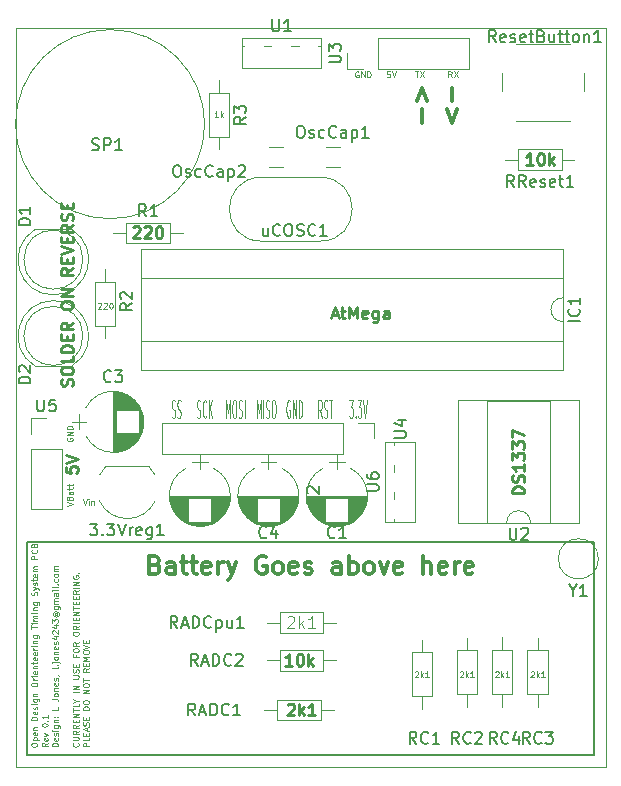
<source format=gbr>
G04 #@! TF.FileFunction,Legend,Top*
%FSLAX46Y46*%
G04 Gerber Fmt 4.6, Leading zero omitted, Abs format (unit mm)*
G04 Created by KiCad (PCBNEW 4.0.4-stable) date 09/13/19 14:49:35*
%MOMM*%
%LPD*%
G01*
G04 APERTURE LIST*
%ADD10C,0.150000*%
%ADD11C,0.250000*%
%ADD12C,0.125000*%
%ADD13C,0.300000*%
%ADD14C,0.200000*%
%ADD15C,0.100000*%
%ADD16C,0.120000*%
G04 APERTURE END LIST*
D10*
D11*
X145452381Y-106842857D02*
X144452381Y-106842857D01*
X144452381Y-106604762D01*
X144500000Y-106461904D01*
X144595238Y-106366666D01*
X144690476Y-106319047D01*
X144880952Y-106271428D01*
X145023810Y-106271428D01*
X145214286Y-106319047D01*
X145309524Y-106366666D01*
X145404762Y-106461904D01*
X145452381Y-106604762D01*
X145452381Y-106842857D01*
X145404762Y-105890476D02*
X145452381Y-105747619D01*
X145452381Y-105509523D01*
X145404762Y-105414285D01*
X145357143Y-105366666D01*
X145261905Y-105319047D01*
X145166667Y-105319047D01*
X145071429Y-105366666D01*
X145023810Y-105414285D01*
X144976190Y-105509523D01*
X144928571Y-105700000D01*
X144880952Y-105795238D01*
X144833333Y-105842857D01*
X144738095Y-105890476D01*
X144642857Y-105890476D01*
X144547619Y-105842857D01*
X144500000Y-105795238D01*
X144452381Y-105700000D01*
X144452381Y-105461904D01*
X144500000Y-105319047D01*
X145452381Y-104366666D02*
X145452381Y-104938095D01*
X145452381Y-104652381D02*
X144452381Y-104652381D01*
X144595238Y-104747619D01*
X144690476Y-104842857D01*
X144738095Y-104938095D01*
X144452381Y-104033333D02*
X144452381Y-103414285D01*
X144833333Y-103747619D01*
X144833333Y-103604761D01*
X144880952Y-103509523D01*
X144928571Y-103461904D01*
X145023810Y-103414285D01*
X145261905Y-103414285D01*
X145357143Y-103461904D01*
X145404762Y-103509523D01*
X145452381Y-103604761D01*
X145452381Y-103890476D01*
X145404762Y-103985714D01*
X145357143Y-104033333D01*
X144452381Y-103080952D02*
X144452381Y-102461904D01*
X144833333Y-102795238D01*
X144833333Y-102652380D01*
X144880952Y-102557142D01*
X144928571Y-102509523D01*
X145023810Y-102461904D01*
X145261905Y-102461904D01*
X145357143Y-102509523D01*
X145404762Y-102557142D01*
X145452381Y-102652380D01*
X145452381Y-102938095D01*
X145404762Y-103033333D01*
X145357143Y-103080952D01*
X144452381Y-102128571D02*
X144452381Y-101461904D01*
X145452381Y-101890476D01*
X129171428Y-91766667D02*
X129647619Y-91766667D01*
X129076190Y-92052381D02*
X129409523Y-91052381D01*
X129742857Y-92052381D01*
X129933333Y-91385714D02*
X130314285Y-91385714D01*
X130076190Y-91052381D02*
X130076190Y-91909524D01*
X130123809Y-92004762D01*
X130219047Y-92052381D01*
X130314285Y-92052381D01*
X130647619Y-92052381D02*
X130647619Y-91052381D01*
X130980953Y-91766667D01*
X131314286Y-91052381D01*
X131314286Y-92052381D01*
X132171429Y-92004762D02*
X132076191Y-92052381D01*
X131885714Y-92052381D01*
X131790476Y-92004762D01*
X131742857Y-91909524D01*
X131742857Y-91528571D01*
X131790476Y-91433333D01*
X131885714Y-91385714D01*
X132076191Y-91385714D01*
X132171429Y-91433333D01*
X132219048Y-91528571D01*
X132219048Y-91623810D01*
X131742857Y-91719048D01*
X133076191Y-91385714D02*
X133076191Y-92195238D01*
X133028572Y-92290476D01*
X132980953Y-92338095D01*
X132885714Y-92385714D01*
X132742857Y-92385714D01*
X132647619Y-92338095D01*
X133076191Y-92004762D02*
X132980953Y-92052381D01*
X132790476Y-92052381D01*
X132695238Y-92004762D01*
X132647619Y-91957143D01*
X132600000Y-91861905D01*
X132600000Y-91576190D01*
X132647619Y-91480952D01*
X132695238Y-91433333D01*
X132790476Y-91385714D01*
X132980953Y-91385714D01*
X133076191Y-91433333D01*
X133980953Y-92052381D02*
X133980953Y-91528571D01*
X133933334Y-91433333D01*
X133838096Y-91385714D01*
X133647619Y-91385714D01*
X133552381Y-91433333D01*
X133980953Y-92004762D02*
X133885715Y-92052381D01*
X133647619Y-92052381D01*
X133552381Y-92004762D01*
X133504762Y-91909524D01*
X133504762Y-91814286D01*
X133552381Y-91719048D01*
X133647619Y-91671429D01*
X133885715Y-91671429D01*
X133980953Y-91623810D01*
X107204762Y-97738096D02*
X107252381Y-97595239D01*
X107252381Y-97357143D01*
X107204762Y-97261905D01*
X107157143Y-97214286D01*
X107061905Y-97166667D01*
X106966667Y-97166667D01*
X106871429Y-97214286D01*
X106823810Y-97261905D01*
X106776190Y-97357143D01*
X106728571Y-97547620D01*
X106680952Y-97642858D01*
X106633333Y-97690477D01*
X106538095Y-97738096D01*
X106442857Y-97738096D01*
X106347619Y-97690477D01*
X106300000Y-97642858D01*
X106252381Y-97547620D01*
X106252381Y-97309524D01*
X106300000Y-97166667D01*
X106252381Y-96547620D02*
X106252381Y-96357143D01*
X106300000Y-96261905D01*
X106395238Y-96166667D01*
X106585714Y-96119048D01*
X106919048Y-96119048D01*
X107109524Y-96166667D01*
X107204762Y-96261905D01*
X107252381Y-96357143D01*
X107252381Y-96547620D01*
X107204762Y-96642858D01*
X107109524Y-96738096D01*
X106919048Y-96785715D01*
X106585714Y-96785715D01*
X106395238Y-96738096D01*
X106300000Y-96642858D01*
X106252381Y-96547620D01*
X107252381Y-95214286D02*
X107252381Y-95690477D01*
X106252381Y-95690477D01*
X107252381Y-94880953D02*
X106252381Y-94880953D01*
X106252381Y-94642858D01*
X106300000Y-94500000D01*
X106395238Y-94404762D01*
X106490476Y-94357143D01*
X106680952Y-94309524D01*
X106823810Y-94309524D01*
X107014286Y-94357143D01*
X107109524Y-94404762D01*
X107204762Y-94500000D01*
X107252381Y-94642858D01*
X107252381Y-94880953D01*
X106728571Y-93880953D02*
X106728571Y-93547619D01*
X107252381Y-93404762D02*
X107252381Y-93880953D01*
X106252381Y-93880953D01*
X106252381Y-93404762D01*
X107252381Y-92404762D02*
X106776190Y-92738096D01*
X107252381Y-92976191D02*
X106252381Y-92976191D01*
X106252381Y-92595238D01*
X106300000Y-92500000D01*
X106347619Y-92452381D01*
X106442857Y-92404762D01*
X106585714Y-92404762D01*
X106680952Y-92452381D01*
X106728571Y-92500000D01*
X106776190Y-92595238D01*
X106776190Y-92976191D01*
X106252381Y-91023810D02*
X106252381Y-90833333D01*
X106300000Y-90738095D01*
X106395238Y-90642857D01*
X106585714Y-90595238D01*
X106919048Y-90595238D01*
X107109524Y-90642857D01*
X107204762Y-90738095D01*
X107252381Y-90833333D01*
X107252381Y-91023810D01*
X107204762Y-91119048D01*
X107109524Y-91214286D01*
X106919048Y-91261905D01*
X106585714Y-91261905D01*
X106395238Y-91214286D01*
X106300000Y-91119048D01*
X106252381Y-91023810D01*
X107252381Y-90166667D02*
X106252381Y-90166667D01*
X107252381Y-89595238D01*
X106252381Y-89595238D01*
X107252381Y-87785714D02*
X106776190Y-88119048D01*
X107252381Y-88357143D02*
X106252381Y-88357143D01*
X106252381Y-87976190D01*
X106300000Y-87880952D01*
X106347619Y-87833333D01*
X106442857Y-87785714D01*
X106585714Y-87785714D01*
X106680952Y-87833333D01*
X106728571Y-87880952D01*
X106776190Y-87976190D01*
X106776190Y-88357143D01*
X106728571Y-87357143D02*
X106728571Y-87023809D01*
X107252381Y-86880952D02*
X107252381Y-87357143D01*
X106252381Y-87357143D01*
X106252381Y-86880952D01*
X106252381Y-86595238D02*
X107252381Y-86261905D01*
X106252381Y-85928571D01*
X106728571Y-85595238D02*
X106728571Y-85261904D01*
X107252381Y-85119047D02*
X107252381Y-85595238D01*
X106252381Y-85595238D01*
X106252381Y-85119047D01*
X107252381Y-84119047D02*
X106776190Y-84452381D01*
X107252381Y-84690476D02*
X106252381Y-84690476D01*
X106252381Y-84309523D01*
X106300000Y-84214285D01*
X106347619Y-84166666D01*
X106442857Y-84119047D01*
X106585714Y-84119047D01*
X106680952Y-84166666D01*
X106728571Y-84214285D01*
X106776190Y-84309523D01*
X106776190Y-84690476D01*
X107204762Y-83738095D02*
X107252381Y-83595238D01*
X107252381Y-83357142D01*
X107204762Y-83261904D01*
X107157143Y-83214285D01*
X107061905Y-83166666D01*
X106966667Y-83166666D01*
X106871429Y-83214285D01*
X106823810Y-83261904D01*
X106776190Y-83357142D01*
X106728571Y-83547619D01*
X106680952Y-83642857D01*
X106633333Y-83690476D01*
X106538095Y-83738095D01*
X106442857Y-83738095D01*
X106347619Y-83690476D01*
X106300000Y-83642857D01*
X106252381Y-83547619D01*
X106252381Y-83309523D01*
X106300000Y-83166666D01*
X106728571Y-82738095D02*
X106728571Y-82404761D01*
X107252381Y-82261904D02*
X107252381Y-82738095D01*
X106252381Y-82738095D01*
X106252381Y-82261904D01*
D12*
X119540476Y-75026190D02*
X119254762Y-75026190D01*
X119397619Y-75026190D02*
X119397619Y-74526190D01*
X119350000Y-74597619D01*
X119302381Y-74645238D01*
X119254762Y-74669048D01*
X119754762Y-75026190D02*
X119754762Y-74526190D01*
X119802381Y-74835714D02*
X119945238Y-75026190D01*
X119945238Y-74692857D02*
X119754762Y-74883333D01*
X109380953Y-90773810D02*
X109404763Y-90750000D01*
X109452382Y-90726190D01*
X109571429Y-90726190D01*
X109619048Y-90750000D01*
X109642858Y-90773810D01*
X109666667Y-90821429D01*
X109666667Y-90869048D01*
X109642858Y-90940476D01*
X109357144Y-91226190D01*
X109666667Y-91226190D01*
X109857143Y-90773810D02*
X109880953Y-90750000D01*
X109928572Y-90726190D01*
X110047619Y-90726190D01*
X110095238Y-90750000D01*
X110119048Y-90773810D01*
X110142857Y-90821429D01*
X110142857Y-90869048D01*
X110119048Y-90940476D01*
X109833334Y-91226190D01*
X110142857Y-91226190D01*
X110452381Y-90726190D02*
X110500000Y-90726190D01*
X110547619Y-90750000D01*
X110571428Y-90773810D01*
X110595238Y-90821429D01*
X110619047Y-90916667D01*
X110619047Y-91035714D01*
X110595238Y-91130952D01*
X110571428Y-91178571D01*
X110547619Y-91202381D01*
X110500000Y-91226190D01*
X110452381Y-91226190D01*
X110404762Y-91202381D01*
X110380952Y-91178571D01*
X110357143Y-91130952D01*
X110333333Y-91035714D01*
X110333333Y-90916667D01*
X110357143Y-90821429D01*
X110380952Y-90773810D01*
X110404762Y-90750000D01*
X110452381Y-90726190D01*
D11*
X112361905Y-84347619D02*
X112409524Y-84300000D01*
X112504762Y-84252381D01*
X112742858Y-84252381D01*
X112838096Y-84300000D01*
X112885715Y-84347619D01*
X112933334Y-84442857D01*
X112933334Y-84538095D01*
X112885715Y-84680952D01*
X112314286Y-85252381D01*
X112933334Y-85252381D01*
X113314286Y-84347619D02*
X113361905Y-84300000D01*
X113457143Y-84252381D01*
X113695239Y-84252381D01*
X113790477Y-84300000D01*
X113838096Y-84347619D01*
X113885715Y-84442857D01*
X113885715Y-84538095D01*
X113838096Y-84680952D01*
X113266667Y-85252381D01*
X113885715Y-85252381D01*
X114504762Y-84252381D02*
X114600001Y-84252381D01*
X114695239Y-84300000D01*
X114742858Y-84347619D01*
X114790477Y-84442857D01*
X114838096Y-84633333D01*
X114838096Y-84871429D01*
X114790477Y-85061905D01*
X114742858Y-85157143D01*
X114695239Y-85204762D01*
X114600001Y-85252381D01*
X114504762Y-85252381D01*
X114409524Y-85204762D01*
X114361905Y-85157143D01*
X114314286Y-85061905D01*
X114266667Y-84871429D01*
X114266667Y-84633333D01*
X114314286Y-84442857D01*
X114361905Y-84347619D01*
X114409524Y-84300000D01*
X114504762Y-84252381D01*
X146204762Y-79052381D02*
X145633333Y-79052381D01*
X145919047Y-79052381D02*
X145919047Y-78052381D01*
X145823809Y-78195238D01*
X145728571Y-78290476D01*
X145633333Y-78338095D01*
X146823809Y-78052381D02*
X146919048Y-78052381D01*
X147014286Y-78100000D01*
X147061905Y-78147619D01*
X147109524Y-78242857D01*
X147157143Y-78433333D01*
X147157143Y-78671429D01*
X147109524Y-78861905D01*
X147061905Y-78957143D01*
X147014286Y-79004762D01*
X146919048Y-79052381D01*
X146823809Y-79052381D01*
X146728571Y-79004762D01*
X146680952Y-78957143D01*
X146633333Y-78861905D01*
X146585714Y-78671429D01*
X146585714Y-78433333D01*
X146633333Y-78242857D01*
X146680952Y-78147619D01*
X146728571Y-78100000D01*
X146823809Y-78052381D01*
X147585714Y-79052381D02*
X147585714Y-78052381D01*
X147680952Y-78671429D02*
X147966667Y-79052381D01*
X147966667Y-78385714D02*
X147585714Y-78766667D01*
D13*
X136832143Y-75500000D02*
X136832143Y-74357143D01*
X136403571Y-73642857D02*
X136832143Y-72500000D01*
X137260714Y-73642857D01*
X138953571Y-74357143D02*
X139382143Y-75500000D01*
X139810714Y-74357143D01*
X139382143Y-73642857D02*
X139382143Y-72500000D01*
D12*
X139316667Y-71626190D02*
X139150000Y-71388095D01*
X139030953Y-71626190D02*
X139030953Y-71126190D01*
X139221429Y-71126190D01*
X139269048Y-71150000D01*
X139292857Y-71173810D01*
X139316667Y-71221429D01*
X139316667Y-71292857D01*
X139292857Y-71340476D01*
X139269048Y-71364286D01*
X139221429Y-71388095D01*
X139030953Y-71388095D01*
X139483334Y-71126190D02*
X139816667Y-71626190D01*
X139816667Y-71126190D02*
X139483334Y-71626190D01*
X136219048Y-71126190D02*
X136504762Y-71126190D01*
X136361905Y-71626190D02*
X136361905Y-71126190D01*
X136623810Y-71126190D02*
X136957143Y-71626190D01*
X136957143Y-71126190D02*
X136623810Y-71626190D01*
X134104763Y-71126190D02*
X133866668Y-71126190D01*
X133842858Y-71364286D01*
X133866668Y-71340476D01*
X133914287Y-71316667D01*
X134033334Y-71316667D01*
X134080953Y-71340476D01*
X134104763Y-71364286D01*
X134128572Y-71411905D01*
X134128572Y-71530952D01*
X134104763Y-71578571D01*
X134080953Y-71602381D01*
X134033334Y-71626190D01*
X133914287Y-71626190D01*
X133866668Y-71602381D01*
X133842858Y-71578571D01*
X134271429Y-71126190D02*
X134438096Y-71626190D01*
X134604762Y-71126190D01*
X131419047Y-71150000D02*
X131371428Y-71126190D01*
X131300000Y-71126190D01*
X131228571Y-71150000D01*
X131180952Y-71197619D01*
X131157143Y-71245238D01*
X131133333Y-71340476D01*
X131133333Y-71411905D01*
X131157143Y-71507143D01*
X131180952Y-71554762D01*
X131228571Y-71602381D01*
X131300000Y-71626190D01*
X131347619Y-71626190D01*
X131419047Y-71602381D01*
X131442857Y-71578571D01*
X131442857Y-71411905D01*
X131347619Y-71411905D01*
X131657143Y-71626190D02*
X131657143Y-71126190D01*
X131942857Y-71626190D01*
X131942857Y-71126190D01*
X132180953Y-71626190D02*
X132180953Y-71126190D01*
X132300000Y-71126190D01*
X132371429Y-71150000D01*
X132419048Y-71197619D01*
X132442857Y-71245238D01*
X132466667Y-71340476D01*
X132466667Y-71411905D01*
X132442857Y-71507143D01*
X132419048Y-71554762D01*
X132371429Y-71602381D01*
X132300000Y-71626190D01*
X132180953Y-71626190D01*
X106726190Y-107928571D02*
X107226190Y-107761904D01*
X106726190Y-107595238D01*
X106964286Y-107261905D02*
X106988095Y-107190476D01*
X107011905Y-107166667D01*
X107059524Y-107142857D01*
X107130952Y-107142857D01*
X107178571Y-107166667D01*
X107202381Y-107190476D01*
X107226190Y-107238095D01*
X107226190Y-107428571D01*
X106726190Y-107428571D01*
X106726190Y-107261905D01*
X106750000Y-107214286D01*
X106773810Y-107190476D01*
X106821429Y-107166667D01*
X106869048Y-107166667D01*
X106916667Y-107190476D01*
X106940476Y-107214286D01*
X106964286Y-107261905D01*
X106964286Y-107428571D01*
X107226190Y-106714286D02*
X106964286Y-106714286D01*
X106916667Y-106738095D01*
X106892857Y-106785714D01*
X106892857Y-106880952D01*
X106916667Y-106928571D01*
X107202381Y-106714286D02*
X107226190Y-106761905D01*
X107226190Y-106880952D01*
X107202381Y-106928571D01*
X107154762Y-106952381D01*
X107107143Y-106952381D01*
X107059524Y-106928571D01*
X107035714Y-106880952D01*
X107035714Y-106761905D01*
X107011905Y-106714286D01*
X106892857Y-106547619D02*
X106892857Y-106357143D01*
X106726190Y-106476190D02*
X107154762Y-106476190D01*
X107202381Y-106452381D01*
X107226190Y-106404762D01*
X107226190Y-106357143D01*
X106892857Y-106261905D02*
X106892857Y-106071429D01*
X106726190Y-106190476D02*
X107154762Y-106190476D01*
X107202381Y-106166667D01*
X107226190Y-106119048D01*
X107226190Y-106071429D01*
D11*
X106652381Y-104590476D02*
X106652381Y-105066667D01*
X107128571Y-105114286D01*
X107080952Y-105066667D01*
X107033333Y-104971429D01*
X107033333Y-104733333D01*
X107080952Y-104638095D01*
X107128571Y-104590476D01*
X107223810Y-104542857D01*
X107461905Y-104542857D01*
X107557143Y-104590476D01*
X107604762Y-104638095D01*
X107652381Y-104733333D01*
X107652381Y-104971429D01*
X107604762Y-105066667D01*
X107557143Y-105114286D01*
X106652381Y-104257143D02*
X107652381Y-103923810D01*
X106652381Y-103590476D01*
D12*
X106750000Y-102180953D02*
X106726190Y-102228572D01*
X106726190Y-102300000D01*
X106750000Y-102371429D01*
X106797619Y-102419048D01*
X106845238Y-102442857D01*
X106940476Y-102466667D01*
X107011905Y-102466667D01*
X107107143Y-102442857D01*
X107154762Y-102419048D01*
X107202381Y-102371429D01*
X107226190Y-102300000D01*
X107226190Y-102252381D01*
X107202381Y-102180953D01*
X107178571Y-102157143D01*
X107011905Y-102157143D01*
X107011905Y-102252381D01*
X107226190Y-101942857D02*
X106726190Y-101942857D01*
X107226190Y-101657143D01*
X106726190Y-101657143D01*
X107226190Y-101419047D02*
X106726190Y-101419047D01*
X106726190Y-101300000D01*
X106750000Y-101228571D01*
X106797619Y-101180952D01*
X106845238Y-101157143D01*
X106940476Y-101133333D01*
X107011905Y-101133333D01*
X107107143Y-101157143D01*
X107154762Y-101180952D01*
X107202381Y-101228571D01*
X107226190Y-101300000D01*
X107226190Y-101419047D01*
X108088096Y-107326190D02*
X108254763Y-107826190D01*
X108421429Y-107326190D01*
X108588096Y-107826190D02*
X108588096Y-107492857D01*
X108588096Y-107326190D02*
X108564286Y-107350000D01*
X108588096Y-107373810D01*
X108611905Y-107350000D01*
X108588096Y-107326190D01*
X108588096Y-107373810D01*
X108826191Y-107492857D02*
X108826191Y-107826190D01*
X108826191Y-107540476D02*
X108850000Y-107516667D01*
X108897619Y-107492857D01*
X108969048Y-107492857D01*
X109016667Y-107516667D01*
X109040476Y-107564286D01*
X109040476Y-107826190D01*
D11*
X125433333Y-124747619D02*
X125480952Y-124700000D01*
X125576190Y-124652381D01*
X125814286Y-124652381D01*
X125909524Y-124700000D01*
X125957143Y-124747619D01*
X126004762Y-124842857D01*
X126004762Y-124938095D01*
X125957143Y-125080952D01*
X125385714Y-125652381D01*
X126004762Y-125652381D01*
X126433333Y-125652381D02*
X126433333Y-124652381D01*
X126528571Y-125271429D02*
X126814286Y-125652381D01*
X126814286Y-124985714D02*
X126433333Y-125366667D01*
X127766667Y-125652381D02*
X127195238Y-125652381D01*
X127480952Y-125652381D02*
X127480952Y-124652381D01*
X127385714Y-124795238D01*
X127290476Y-124890476D01*
X127195238Y-124938095D01*
X125804762Y-121452381D02*
X125233333Y-121452381D01*
X125519047Y-121452381D02*
X125519047Y-120452381D01*
X125423809Y-120595238D01*
X125328571Y-120690476D01*
X125233333Y-120738095D01*
X126423809Y-120452381D02*
X126519048Y-120452381D01*
X126614286Y-120500000D01*
X126661905Y-120547619D01*
X126709524Y-120642857D01*
X126757143Y-120833333D01*
X126757143Y-121071429D01*
X126709524Y-121261905D01*
X126661905Y-121357143D01*
X126614286Y-121404762D01*
X126519048Y-121452381D01*
X126423809Y-121452381D01*
X126328571Y-121404762D01*
X126280952Y-121357143D01*
X126233333Y-121261905D01*
X126185714Y-121071429D01*
X126185714Y-120833333D01*
X126233333Y-120642857D01*
X126280952Y-120547619D01*
X126328571Y-120500000D01*
X126423809Y-120452381D01*
X127185714Y-121452381D02*
X127185714Y-120452381D01*
X127280952Y-121071429D02*
X127566667Y-121452381D01*
X127566667Y-120785714D02*
X127185714Y-121166667D01*
D12*
X125433333Y-117347619D02*
X125480952Y-117300000D01*
X125576190Y-117252381D01*
X125814286Y-117252381D01*
X125909524Y-117300000D01*
X125957143Y-117347619D01*
X126004762Y-117442857D01*
X126004762Y-117538095D01*
X125957143Y-117680952D01*
X125385714Y-118252381D01*
X126004762Y-118252381D01*
X126433333Y-118252381D02*
X126433333Y-117252381D01*
X126528571Y-117871429D02*
X126814286Y-118252381D01*
X126814286Y-117585714D02*
X126433333Y-117966667D01*
X127766667Y-118252381D02*
X127195238Y-118252381D01*
X127480952Y-118252381D02*
X127480952Y-117252381D01*
X127385714Y-117395238D01*
X127290476Y-117490476D01*
X127195238Y-117538095D01*
X146016667Y-121973810D02*
X146040477Y-121950000D01*
X146088096Y-121926190D01*
X146207143Y-121926190D01*
X146254762Y-121950000D01*
X146278572Y-121973810D01*
X146302381Y-122021429D01*
X146302381Y-122069048D01*
X146278572Y-122140476D01*
X145992858Y-122426190D01*
X146302381Y-122426190D01*
X146516667Y-122426190D02*
X146516667Y-121926190D01*
X146564286Y-122235714D02*
X146707143Y-122426190D01*
X146707143Y-122092857D02*
X146516667Y-122283333D01*
X147183333Y-122426190D02*
X146897619Y-122426190D01*
X147040476Y-122426190D02*
X147040476Y-121926190D01*
X146992857Y-121997619D01*
X146945238Y-122045238D01*
X146897619Y-122069048D01*
X143016667Y-121973810D02*
X143040477Y-121950000D01*
X143088096Y-121926190D01*
X143207143Y-121926190D01*
X143254762Y-121950000D01*
X143278572Y-121973810D01*
X143302381Y-122021429D01*
X143302381Y-122069048D01*
X143278572Y-122140476D01*
X142992858Y-122426190D01*
X143302381Y-122426190D01*
X143516667Y-122426190D02*
X143516667Y-121926190D01*
X143564286Y-122235714D02*
X143707143Y-122426190D01*
X143707143Y-122092857D02*
X143516667Y-122283333D01*
X144183333Y-122426190D02*
X143897619Y-122426190D01*
X144040476Y-122426190D02*
X144040476Y-121926190D01*
X143992857Y-121997619D01*
X143945238Y-122045238D01*
X143897619Y-122069048D01*
X140016667Y-121973810D02*
X140040477Y-121950000D01*
X140088096Y-121926190D01*
X140207143Y-121926190D01*
X140254762Y-121950000D01*
X140278572Y-121973810D01*
X140302381Y-122021429D01*
X140302381Y-122069048D01*
X140278572Y-122140476D01*
X139992858Y-122426190D01*
X140302381Y-122426190D01*
X140516667Y-122426190D02*
X140516667Y-121926190D01*
X140564286Y-122235714D02*
X140707143Y-122426190D01*
X140707143Y-122092857D02*
X140516667Y-122283333D01*
X141183333Y-122426190D02*
X140897619Y-122426190D01*
X141040476Y-122426190D02*
X141040476Y-121926190D01*
X140992857Y-121997619D01*
X140945238Y-122045238D01*
X140897619Y-122069048D01*
X136216667Y-121973810D02*
X136240477Y-121950000D01*
X136288096Y-121926190D01*
X136407143Y-121926190D01*
X136454762Y-121950000D01*
X136478572Y-121973810D01*
X136502381Y-122021429D01*
X136502381Y-122069048D01*
X136478572Y-122140476D01*
X136192858Y-122426190D01*
X136502381Y-122426190D01*
X136716667Y-122426190D02*
X136716667Y-121926190D01*
X136764286Y-122235714D02*
X136907143Y-122426190D01*
X136907143Y-122092857D02*
X136716667Y-122283333D01*
X137383333Y-122426190D02*
X137097619Y-122426190D01*
X137240476Y-122426190D02*
X137240476Y-121926190D01*
X137192857Y-121997619D01*
X137145238Y-122045238D01*
X137097619Y-122069048D01*
X115619048Y-100407143D02*
X115690477Y-100478571D01*
X115809524Y-100478571D01*
X115857143Y-100407143D01*
X115880953Y-100335714D01*
X115904762Y-100192857D01*
X115904762Y-100050000D01*
X115880953Y-99907143D01*
X115857143Y-99835714D01*
X115809524Y-99764286D01*
X115714286Y-99692857D01*
X115666667Y-99621429D01*
X115642858Y-99550000D01*
X115619048Y-99407143D01*
X115619048Y-99264286D01*
X115642858Y-99121429D01*
X115666667Y-99050000D01*
X115714286Y-98978571D01*
X115833334Y-98978571D01*
X115904762Y-99050000D01*
X116095238Y-100407143D02*
X116166667Y-100478571D01*
X116285714Y-100478571D01*
X116333333Y-100407143D01*
X116357143Y-100335714D01*
X116380952Y-100192857D01*
X116380952Y-100050000D01*
X116357143Y-99907143D01*
X116333333Y-99835714D01*
X116285714Y-99764286D01*
X116190476Y-99692857D01*
X116142857Y-99621429D01*
X116119048Y-99550000D01*
X116095238Y-99407143D01*
X116095238Y-99264286D01*
X116119048Y-99121429D01*
X116142857Y-99050000D01*
X116190476Y-98978571D01*
X116309524Y-98978571D01*
X116380952Y-99050000D01*
X117757143Y-100407143D02*
X117828572Y-100478571D01*
X117947619Y-100478571D01*
X117995238Y-100407143D01*
X118019048Y-100335714D01*
X118042857Y-100192857D01*
X118042857Y-100050000D01*
X118019048Y-99907143D01*
X117995238Y-99835714D01*
X117947619Y-99764286D01*
X117852381Y-99692857D01*
X117804762Y-99621429D01*
X117780953Y-99550000D01*
X117757143Y-99407143D01*
X117757143Y-99264286D01*
X117780953Y-99121429D01*
X117804762Y-99050000D01*
X117852381Y-98978571D01*
X117971429Y-98978571D01*
X118042857Y-99050000D01*
X118542857Y-100335714D02*
X118519047Y-100407143D01*
X118447619Y-100478571D01*
X118400000Y-100478571D01*
X118328571Y-100407143D01*
X118280952Y-100264286D01*
X118257143Y-100121429D01*
X118233333Y-99835714D01*
X118233333Y-99621429D01*
X118257143Y-99335714D01*
X118280952Y-99192857D01*
X118328571Y-99050000D01*
X118400000Y-98978571D01*
X118447619Y-98978571D01*
X118519047Y-99050000D01*
X118542857Y-99121429D01*
X118757143Y-100478571D02*
X118757143Y-98978571D01*
X119042857Y-100478571D02*
X118828571Y-99621429D01*
X119042857Y-98978571D02*
X118757143Y-99835714D01*
X120214286Y-100478571D02*
X120214286Y-98978571D01*
X120380952Y-100050000D01*
X120547619Y-98978571D01*
X120547619Y-100478571D01*
X120880953Y-98978571D02*
X120976191Y-98978571D01*
X121023810Y-99050000D01*
X121071429Y-99192857D01*
X121095238Y-99478571D01*
X121095238Y-99978571D01*
X121071429Y-100264286D01*
X121023810Y-100407143D01*
X120976191Y-100478571D01*
X120880953Y-100478571D01*
X120833334Y-100407143D01*
X120785715Y-100264286D01*
X120761905Y-99978571D01*
X120761905Y-99478571D01*
X120785715Y-99192857D01*
X120833334Y-99050000D01*
X120880953Y-98978571D01*
X121285715Y-100407143D02*
X121357144Y-100478571D01*
X121476191Y-100478571D01*
X121523810Y-100407143D01*
X121547620Y-100335714D01*
X121571429Y-100192857D01*
X121571429Y-100050000D01*
X121547620Y-99907143D01*
X121523810Y-99835714D01*
X121476191Y-99764286D01*
X121380953Y-99692857D01*
X121333334Y-99621429D01*
X121309525Y-99550000D01*
X121285715Y-99407143D01*
X121285715Y-99264286D01*
X121309525Y-99121429D01*
X121333334Y-99050000D01*
X121380953Y-98978571D01*
X121500001Y-98978571D01*
X121571429Y-99050000D01*
X121785715Y-100478571D02*
X121785715Y-98978571D01*
X122814286Y-100478571D02*
X122814286Y-98978571D01*
X122980952Y-100050000D01*
X123147619Y-98978571D01*
X123147619Y-100478571D01*
X123385715Y-100478571D02*
X123385715Y-98978571D01*
X123600000Y-100407143D02*
X123671429Y-100478571D01*
X123790476Y-100478571D01*
X123838095Y-100407143D01*
X123861905Y-100335714D01*
X123885714Y-100192857D01*
X123885714Y-100050000D01*
X123861905Y-99907143D01*
X123838095Y-99835714D01*
X123790476Y-99764286D01*
X123695238Y-99692857D01*
X123647619Y-99621429D01*
X123623810Y-99550000D01*
X123600000Y-99407143D01*
X123600000Y-99264286D01*
X123623810Y-99121429D01*
X123647619Y-99050000D01*
X123695238Y-98978571D01*
X123814286Y-98978571D01*
X123885714Y-99050000D01*
X124195238Y-98978571D02*
X124290476Y-98978571D01*
X124338095Y-99050000D01*
X124385714Y-99192857D01*
X124409523Y-99478571D01*
X124409523Y-99978571D01*
X124385714Y-100264286D01*
X124338095Y-100407143D01*
X124290476Y-100478571D01*
X124195238Y-100478571D01*
X124147619Y-100407143D01*
X124100000Y-100264286D01*
X124076190Y-99978571D01*
X124076190Y-99478571D01*
X124100000Y-99192857D01*
X124147619Y-99050000D01*
X124195238Y-98978571D01*
X125619047Y-99050000D02*
X125571428Y-98978571D01*
X125500000Y-98978571D01*
X125428571Y-99050000D01*
X125380952Y-99192857D01*
X125357143Y-99335714D01*
X125333333Y-99621429D01*
X125333333Y-99835714D01*
X125357143Y-100121429D01*
X125380952Y-100264286D01*
X125428571Y-100407143D01*
X125500000Y-100478571D01*
X125547619Y-100478571D01*
X125619047Y-100407143D01*
X125642857Y-100335714D01*
X125642857Y-99835714D01*
X125547619Y-99835714D01*
X125857143Y-100478571D02*
X125857143Y-98978571D01*
X126142857Y-100478571D01*
X126142857Y-98978571D01*
X126380953Y-100478571D02*
X126380953Y-98978571D01*
X126500000Y-98978571D01*
X126571429Y-99050000D01*
X126619048Y-99192857D01*
X126642857Y-99335714D01*
X126666667Y-99621429D01*
X126666667Y-99835714D01*
X126642857Y-100121429D01*
X126619048Y-100264286D01*
X126571429Y-100407143D01*
X126500000Y-100478571D01*
X126380953Y-100478571D01*
X128326191Y-100478571D02*
X128159524Y-99764286D01*
X128040477Y-100478571D02*
X128040477Y-98978571D01*
X128230953Y-98978571D01*
X128278572Y-99050000D01*
X128302381Y-99121429D01*
X128326191Y-99264286D01*
X128326191Y-99478571D01*
X128302381Y-99621429D01*
X128278572Y-99692857D01*
X128230953Y-99764286D01*
X128040477Y-99764286D01*
X128516667Y-100407143D02*
X128588096Y-100478571D01*
X128707143Y-100478571D01*
X128754762Y-100407143D01*
X128778572Y-100335714D01*
X128802381Y-100192857D01*
X128802381Y-100050000D01*
X128778572Y-99907143D01*
X128754762Y-99835714D01*
X128707143Y-99764286D01*
X128611905Y-99692857D01*
X128564286Y-99621429D01*
X128540477Y-99550000D01*
X128516667Y-99407143D01*
X128516667Y-99264286D01*
X128540477Y-99121429D01*
X128564286Y-99050000D01*
X128611905Y-98978571D01*
X128730953Y-98978571D01*
X128802381Y-99050000D01*
X128945238Y-98978571D02*
X129230952Y-98978571D01*
X129088095Y-100478571D02*
X129088095Y-98978571D01*
X130661906Y-98978571D02*
X130971429Y-98978571D01*
X130804763Y-99550000D01*
X130876191Y-99550000D01*
X130923810Y-99621429D01*
X130947620Y-99692857D01*
X130971429Y-99835714D01*
X130971429Y-100192857D01*
X130947620Y-100335714D01*
X130923810Y-100407143D01*
X130876191Y-100478571D01*
X130733334Y-100478571D01*
X130685715Y-100407143D01*
X130661906Y-100335714D01*
X131185715Y-100335714D02*
X131209524Y-100407143D01*
X131185715Y-100478571D01*
X131161905Y-100407143D01*
X131185715Y-100335714D01*
X131185715Y-100478571D01*
X131376191Y-98978571D02*
X131685714Y-98978571D01*
X131519048Y-99550000D01*
X131590476Y-99550000D01*
X131638095Y-99621429D01*
X131661905Y-99692857D01*
X131685714Y-99835714D01*
X131685714Y-100192857D01*
X131661905Y-100335714D01*
X131638095Y-100407143D01*
X131590476Y-100478571D01*
X131447619Y-100478571D01*
X131400000Y-100407143D01*
X131376191Y-100335714D01*
X131828571Y-98978571D02*
X131995238Y-100478571D01*
X132161904Y-98978571D01*
D13*
X114221430Y-112892857D02*
X114435716Y-112964286D01*
X114507144Y-113035714D01*
X114578573Y-113178571D01*
X114578573Y-113392857D01*
X114507144Y-113535714D01*
X114435716Y-113607143D01*
X114292858Y-113678571D01*
X113721430Y-113678571D01*
X113721430Y-112178571D01*
X114221430Y-112178571D01*
X114364287Y-112250000D01*
X114435716Y-112321429D01*
X114507144Y-112464286D01*
X114507144Y-112607143D01*
X114435716Y-112750000D01*
X114364287Y-112821429D01*
X114221430Y-112892857D01*
X113721430Y-112892857D01*
X115864287Y-113678571D02*
X115864287Y-112892857D01*
X115792858Y-112750000D01*
X115650001Y-112678571D01*
X115364287Y-112678571D01*
X115221430Y-112750000D01*
X115864287Y-113607143D02*
X115721430Y-113678571D01*
X115364287Y-113678571D01*
X115221430Y-113607143D01*
X115150001Y-113464286D01*
X115150001Y-113321429D01*
X115221430Y-113178571D01*
X115364287Y-113107143D01*
X115721430Y-113107143D01*
X115864287Y-113035714D01*
X116364287Y-112678571D02*
X116935716Y-112678571D01*
X116578573Y-112178571D02*
X116578573Y-113464286D01*
X116650001Y-113607143D01*
X116792859Y-113678571D01*
X116935716Y-113678571D01*
X117221430Y-112678571D02*
X117792859Y-112678571D01*
X117435716Y-112178571D02*
X117435716Y-113464286D01*
X117507144Y-113607143D01*
X117650002Y-113678571D01*
X117792859Y-113678571D01*
X118864287Y-113607143D02*
X118721430Y-113678571D01*
X118435716Y-113678571D01*
X118292859Y-113607143D01*
X118221430Y-113464286D01*
X118221430Y-112892857D01*
X118292859Y-112750000D01*
X118435716Y-112678571D01*
X118721430Y-112678571D01*
X118864287Y-112750000D01*
X118935716Y-112892857D01*
X118935716Y-113035714D01*
X118221430Y-113178571D01*
X119578573Y-113678571D02*
X119578573Y-112678571D01*
X119578573Y-112964286D02*
X119650001Y-112821429D01*
X119721430Y-112750000D01*
X119864287Y-112678571D01*
X120007144Y-112678571D01*
X120364287Y-112678571D02*
X120721430Y-113678571D01*
X121078572Y-112678571D02*
X120721430Y-113678571D01*
X120578572Y-114035714D01*
X120507144Y-114107143D01*
X120364287Y-114178571D01*
X123578572Y-112250000D02*
X123435715Y-112178571D01*
X123221429Y-112178571D01*
X123007144Y-112250000D01*
X122864286Y-112392857D01*
X122792858Y-112535714D01*
X122721429Y-112821429D01*
X122721429Y-113035714D01*
X122792858Y-113321429D01*
X122864286Y-113464286D01*
X123007144Y-113607143D01*
X123221429Y-113678571D01*
X123364286Y-113678571D01*
X123578572Y-113607143D01*
X123650001Y-113535714D01*
X123650001Y-113035714D01*
X123364286Y-113035714D01*
X124507144Y-113678571D02*
X124364286Y-113607143D01*
X124292858Y-113535714D01*
X124221429Y-113392857D01*
X124221429Y-112964286D01*
X124292858Y-112821429D01*
X124364286Y-112750000D01*
X124507144Y-112678571D01*
X124721429Y-112678571D01*
X124864286Y-112750000D01*
X124935715Y-112821429D01*
X125007144Y-112964286D01*
X125007144Y-113392857D01*
X124935715Y-113535714D01*
X124864286Y-113607143D01*
X124721429Y-113678571D01*
X124507144Y-113678571D01*
X126221429Y-113607143D02*
X126078572Y-113678571D01*
X125792858Y-113678571D01*
X125650001Y-113607143D01*
X125578572Y-113464286D01*
X125578572Y-112892857D01*
X125650001Y-112750000D01*
X125792858Y-112678571D01*
X126078572Y-112678571D01*
X126221429Y-112750000D01*
X126292858Y-112892857D01*
X126292858Y-113035714D01*
X125578572Y-113178571D01*
X126864286Y-113607143D02*
X127007143Y-113678571D01*
X127292858Y-113678571D01*
X127435715Y-113607143D01*
X127507143Y-113464286D01*
X127507143Y-113392857D01*
X127435715Y-113250000D01*
X127292858Y-113178571D01*
X127078572Y-113178571D01*
X126935715Y-113107143D01*
X126864286Y-112964286D01*
X126864286Y-112892857D01*
X126935715Y-112750000D01*
X127078572Y-112678571D01*
X127292858Y-112678571D01*
X127435715Y-112750000D01*
X129935715Y-113678571D02*
X129935715Y-112892857D01*
X129864286Y-112750000D01*
X129721429Y-112678571D01*
X129435715Y-112678571D01*
X129292858Y-112750000D01*
X129935715Y-113607143D02*
X129792858Y-113678571D01*
X129435715Y-113678571D01*
X129292858Y-113607143D01*
X129221429Y-113464286D01*
X129221429Y-113321429D01*
X129292858Y-113178571D01*
X129435715Y-113107143D01*
X129792858Y-113107143D01*
X129935715Y-113035714D01*
X130650001Y-113678571D02*
X130650001Y-112178571D01*
X130650001Y-112750000D02*
X130792858Y-112678571D01*
X131078572Y-112678571D01*
X131221429Y-112750000D01*
X131292858Y-112821429D01*
X131364287Y-112964286D01*
X131364287Y-113392857D01*
X131292858Y-113535714D01*
X131221429Y-113607143D01*
X131078572Y-113678571D01*
X130792858Y-113678571D01*
X130650001Y-113607143D01*
X132221430Y-113678571D02*
X132078572Y-113607143D01*
X132007144Y-113535714D01*
X131935715Y-113392857D01*
X131935715Y-112964286D01*
X132007144Y-112821429D01*
X132078572Y-112750000D01*
X132221430Y-112678571D01*
X132435715Y-112678571D01*
X132578572Y-112750000D01*
X132650001Y-112821429D01*
X132721430Y-112964286D01*
X132721430Y-113392857D01*
X132650001Y-113535714D01*
X132578572Y-113607143D01*
X132435715Y-113678571D01*
X132221430Y-113678571D01*
X133221430Y-112678571D02*
X133578573Y-113678571D01*
X133935715Y-112678571D01*
X135078572Y-113607143D02*
X134935715Y-113678571D01*
X134650001Y-113678571D01*
X134507144Y-113607143D01*
X134435715Y-113464286D01*
X134435715Y-112892857D01*
X134507144Y-112750000D01*
X134650001Y-112678571D01*
X134935715Y-112678571D01*
X135078572Y-112750000D01*
X135150001Y-112892857D01*
X135150001Y-113035714D01*
X134435715Y-113178571D01*
X136935715Y-113678571D02*
X136935715Y-112178571D01*
X137578572Y-113678571D02*
X137578572Y-112892857D01*
X137507143Y-112750000D01*
X137364286Y-112678571D01*
X137150001Y-112678571D01*
X137007143Y-112750000D01*
X136935715Y-112821429D01*
X138864286Y-113607143D02*
X138721429Y-113678571D01*
X138435715Y-113678571D01*
X138292858Y-113607143D01*
X138221429Y-113464286D01*
X138221429Y-112892857D01*
X138292858Y-112750000D01*
X138435715Y-112678571D01*
X138721429Y-112678571D01*
X138864286Y-112750000D01*
X138935715Y-112892857D01*
X138935715Y-113035714D01*
X138221429Y-113178571D01*
X139578572Y-113678571D02*
X139578572Y-112678571D01*
X139578572Y-112964286D02*
X139650000Y-112821429D01*
X139721429Y-112750000D01*
X139864286Y-112678571D01*
X140007143Y-112678571D01*
X141078571Y-113607143D02*
X140935714Y-113678571D01*
X140650000Y-113678571D01*
X140507143Y-113607143D01*
X140435714Y-113464286D01*
X140435714Y-112892857D01*
X140507143Y-112750000D01*
X140650000Y-112678571D01*
X140935714Y-112678571D01*
X141078571Y-112750000D01*
X141150000Y-112892857D01*
X141150000Y-113035714D01*
X140435714Y-113178571D01*
D14*
X103400000Y-129000000D02*
X151400000Y-129000000D01*
X103400000Y-111000000D02*
X103400000Y-129000000D01*
X151400000Y-111000000D02*
X103400000Y-111000000D01*
X151400000Y-129000000D02*
X151400000Y-111000000D01*
D12*
X103738690Y-128185714D02*
X103738690Y-128090476D01*
X103762500Y-128042857D01*
X103810119Y-127995238D01*
X103905357Y-127971429D01*
X104072024Y-127971429D01*
X104167262Y-127995238D01*
X104214881Y-128042857D01*
X104238690Y-128090476D01*
X104238690Y-128185714D01*
X104214881Y-128233333D01*
X104167262Y-128280952D01*
X104072024Y-128304762D01*
X103905357Y-128304762D01*
X103810119Y-128280952D01*
X103762500Y-128233333D01*
X103738690Y-128185714D01*
X103905357Y-127757142D02*
X104405357Y-127757142D01*
X103929167Y-127757142D02*
X103905357Y-127709523D01*
X103905357Y-127614285D01*
X103929167Y-127566666D01*
X103952976Y-127542857D01*
X104000595Y-127519047D01*
X104143452Y-127519047D01*
X104191071Y-127542857D01*
X104214881Y-127566666D01*
X104238690Y-127614285D01*
X104238690Y-127709523D01*
X104214881Y-127757142D01*
X104214881Y-127114285D02*
X104238690Y-127161904D01*
X104238690Y-127257142D01*
X104214881Y-127304761D01*
X104167262Y-127328571D01*
X103976786Y-127328571D01*
X103929167Y-127304761D01*
X103905357Y-127257142D01*
X103905357Y-127161904D01*
X103929167Y-127114285D01*
X103976786Y-127090476D01*
X104024405Y-127090476D01*
X104072024Y-127328571D01*
X103905357Y-126876190D02*
X104238690Y-126876190D01*
X103952976Y-126876190D02*
X103929167Y-126852381D01*
X103905357Y-126804762D01*
X103905357Y-126733333D01*
X103929167Y-126685714D01*
X103976786Y-126661905D01*
X104238690Y-126661905D01*
X104238690Y-126042857D02*
X103738690Y-126042857D01*
X103738690Y-125923810D01*
X103762500Y-125852381D01*
X103810119Y-125804762D01*
X103857738Y-125780953D01*
X103952976Y-125757143D01*
X104024405Y-125757143D01*
X104119643Y-125780953D01*
X104167262Y-125804762D01*
X104214881Y-125852381D01*
X104238690Y-125923810D01*
X104238690Y-126042857D01*
X104214881Y-125352381D02*
X104238690Y-125400000D01*
X104238690Y-125495238D01*
X104214881Y-125542857D01*
X104167262Y-125566667D01*
X103976786Y-125566667D01*
X103929167Y-125542857D01*
X103905357Y-125495238D01*
X103905357Y-125400000D01*
X103929167Y-125352381D01*
X103976786Y-125328572D01*
X104024405Y-125328572D01*
X104072024Y-125566667D01*
X104214881Y-125138096D02*
X104238690Y-125090477D01*
X104238690Y-124995239D01*
X104214881Y-124947620D01*
X104167262Y-124923810D01*
X104143452Y-124923810D01*
X104095833Y-124947620D01*
X104072024Y-124995239D01*
X104072024Y-125066667D01*
X104048214Y-125114286D01*
X104000595Y-125138096D01*
X103976786Y-125138096D01*
X103929167Y-125114286D01*
X103905357Y-125066667D01*
X103905357Y-124995239D01*
X103929167Y-124947620D01*
X104238690Y-124709524D02*
X103905357Y-124709524D01*
X103738690Y-124709524D02*
X103762500Y-124733334D01*
X103786310Y-124709524D01*
X103762500Y-124685715D01*
X103738690Y-124709524D01*
X103786310Y-124709524D01*
X103905357Y-124257144D02*
X104310119Y-124257144D01*
X104357738Y-124280953D01*
X104381548Y-124304763D01*
X104405357Y-124352382D01*
X104405357Y-124423810D01*
X104381548Y-124471429D01*
X104214881Y-124257144D02*
X104238690Y-124304763D01*
X104238690Y-124400001D01*
X104214881Y-124447620D01*
X104191071Y-124471429D01*
X104143452Y-124495239D01*
X104000595Y-124495239D01*
X103952976Y-124471429D01*
X103929167Y-124447620D01*
X103905357Y-124400001D01*
X103905357Y-124304763D01*
X103929167Y-124257144D01*
X103905357Y-124019048D02*
X104238690Y-124019048D01*
X103952976Y-124019048D02*
X103929167Y-123995239D01*
X103905357Y-123947620D01*
X103905357Y-123876191D01*
X103929167Y-123828572D01*
X103976786Y-123804763D01*
X104238690Y-123804763D01*
X103738690Y-123090477D02*
X103738690Y-122995239D01*
X103762500Y-122947620D01*
X103810119Y-122900001D01*
X103905357Y-122876192D01*
X104072024Y-122876192D01*
X104167262Y-122900001D01*
X104214881Y-122947620D01*
X104238690Y-122995239D01*
X104238690Y-123090477D01*
X104214881Y-123138096D01*
X104167262Y-123185715D01*
X104072024Y-123209525D01*
X103905357Y-123209525D01*
X103810119Y-123185715D01*
X103762500Y-123138096D01*
X103738690Y-123090477D01*
X104238690Y-122661905D02*
X103905357Y-122661905D01*
X104000595Y-122661905D02*
X103952976Y-122638096D01*
X103929167Y-122614286D01*
X103905357Y-122566667D01*
X103905357Y-122519048D01*
X104238690Y-122352381D02*
X103905357Y-122352381D01*
X103738690Y-122352381D02*
X103762500Y-122376191D01*
X103786310Y-122352381D01*
X103762500Y-122328572D01*
X103738690Y-122352381D01*
X103786310Y-122352381D01*
X104214881Y-121923810D02*
X104238690Y-121971429D01*
X104238690Y-122066667D01*
X104214881Y-122114286D01*
X104167262Y-122138096D01*
X103976786Y-122138096D01*
X103929167Y-122114286D01*
X103905357Y-122066667D01*
X103905357Y-121971429D01*
X103929167Y-121923810D01*
X103976786Y-121900001D01*
X104024405Y-121900001D01*
X104072024Y-122138096D01*
X103905357Y-121685715D02*
X104238690Y-121685715D01*
X103952976Y-121685715D02*
X103929167Y-121661906D01*
X103905357Y-121614287D01*
X103905357Y-121542858D01*
X103929167Y-121495239D01*
X103976786Y-121471430D01*
X104238690Y-121471430D01*
X103905357Y-121304763D02*
X103905357Y-121114287D01*
X103738690Y-121233334D02*
X104167262Y-121233334D01*
X104214881Y-121209525D01*
X104238690Y-121161906D01*
X104238690Y-121114287D01*
X104214881Y-120757144D02*
X104238690Y-120804763D01*
X104238690Y-120900001D01*
X104214881Y-120947620D01*
X104167262Y-120971430D01*
X103976786Y-120971430D01*
X103929167Y-120947620D01*
X103905357Y-120900001D01*
X103905357Y-120804763D01*
X103929167Y-120757144D01*
X103976786Y-120733335D01*
X104024405Y-120733335D01*
X104072024Y-120971430D01*
X104214881Y-120328573D02*
X104238690Y-120376192D01*
X104238690Y-120471430D01*
X104214881Y-120519049D01*
X104167262Y-120542859D01*
X103976786Y-120542859D01*
X103929167Y-120519049D01*
X103905357Y-120471430D01*
X103905357Y-120376192D01*
X103929167Y-120328573D01*
X103976786Y-120304764D01*
X104024405Y-120304764D01*
X104072024Y-120542859D01*
X104238690Y-120090478D02*
X103905357Y-120090478D01*
X104000595Y-120090478D02*
X103952976Y-120066669D01*
X103929167Y-120042859D01*
X103905357Y-119995240D01*
X103905357Y-119947621D01*
X104238690Y-119780954D02*
X103905357Y-119780954D01*
X103738690Y-119780954D02*
X103762500Y-119804764D01*
X103786310Y-119780954D01*
X103762500Y-119757145D01*
X103738690Y-119780954D01*
X103786310Y-119780954D01*
X103905357Y-119542859D02*
X104238690Y-119542859D01*
X103952976Y-119542859D02*
X103929167Y-119519050D01*
X103905357Y-119471431D01*
X103905357Y-119400002D01*
X103929167Y-119352383D01*
X103976786Y-119328574D01*
X104238690Y-119328574D01*
X103905357Y-118876193D02*
X104310119Y-118876193D01*
X104357738Y-118900002D01*
X104381548Y-118923812D01*
X104405357Y-118971431D01*
X104405357Y-119042859D01*
X104381548Y-119090478D01*
X104214881Y-118876193D02*
X104238690Y-118923812D01*
X104238690Y-119019050D01*
X104214881Y-119066669D01*
X104191071Y-119090478D01*
X104143452Y-119114288D01*
X104000595Y-119114288D01*
X103952976Y-119090478D01*
X103929167Y-119066669D01*
X103905357Y-119019050D01*
X103905357Y-118923812D01*
X103929167Y-118876193D01*
X103738690Y-118328574D02*
X103738690Y-118042860D01*
X104238690Y-118185717D02*
X103738690Y-118185717D01*
X104238690Y-117876193D02*
X103905357Y-117876193D01*
X103738690Y-117876193D02*
X103762500Y-117900003D01*
X103786310Y-117876193D01*
X103762500Y-117852384D01*
X103738690Y-117876193D01*
X103786310Y-117876193D01*
X104238690Y-117638098D02*
X103905357Y-117638098D01*
X103952976Y-117638098D02*
X103929167Y-117614289D01*
X103905357Y-117566670D01*
X103905357Y-117495241D01*
X103929167Y-117447622D01*
X103976786Y-117423813D01*
X104238690Y-117423813D01*
X103976786Y-117423813D02*
X103929167Y-117400003D01*
X103905357Y-117352384D01*
X103905357Y-117280956D01*
X103929167Y-117233336D01*
X103976786Y-117209527D01*
X104238690Y-117209527D01*
X104238690Y-116971431D02*
X103905357Y-116971431D01*
X103738690Y-116971431D02*
X103762500Y-116995241D01*
X103786310Y-116971431D01*
X103762500Y-116947622D01*
X103738690Y-116971431D01*
X103786310Y-116971431D01*
X103905357Y-116733336D02*
X104238690Y-116733336D01*
X103952976Y-116733336D02*
X103929167Y-116709527D01*
X103905357Y-116661908D01*
X103905357Y-116590479D01*
X103929167Y-116542860D01*
X103976786Y-116519051D01*
X104238690Y-116519051D01*
X103905357Y-116066670D02*
X104310119Y-116066670D01*
X104357738Y-116090479D01*
X104381548Y-116114289D01*
X104405357Y-116161908D01*
X104405357Y-116233336D01*
X104381548Y-116280955D01*
X104214881Y-116066670D02*
X104238690Y-116114289D01*
X104238690Y-116209527D01*
X104214881Y-116257146D01*
X104191071Y-116280955D01*
X104143452Y-116304765D01*
X104000595Y-116304765D01*
X103952976Y-116280955D01*
X103929167Y-116257146D01*
X103905357Y-116209527D01*
X103905357Y-116114289D01*
X103929167Y-116066670D01*
X104214881Y-115471432D02*
X104238690Y-115400003D01*
X104238690Y-115280956D01*
X104214881Y-115233337D01*
X104191071Y-115209527D01*
X104143452Y-115185718D01*
X104095833Y-115185718D01*
X104048214Y-115209527D01*
X104024405Y-115233337D01*
X104000595Y-115280956D01*
X103976786Y-115376194D01*
X103952976Y-115423813D01*
X103929167Y-115447622D01*
X103881548Y-115471432D01*
X103833929Y-115471432D01*
X103786310Y-115447622D01*
X103762500Y-115423813D01*
X103738690Y-115376194D01*
X103738690Y-115257146D01*
X103762500Y-115185718D01*
X103905357Y-115019051D02*
X104238690Y-114900004D01*
X103905357Y-114780956D02*
X104238690Y-114900004D01*
X104357738Y-114947623D01*
X104381548Y-114971432D01*
X104405357Y-115019051D01*
X104214881Y-114614290D02*
X104238690Y-114566671D01*
X104238690Y-114471433D01*
X104214881Y-114423814D01*
X104167262Y-114400004D01*
X104143452Y-114400004D01*
X104095833Y-114423814D01*
X104072024Y-114471433D01*
X104072024Y-114542861D01*
X104048214Y-114590480D01*
X104000595Y-114614290D01*
X103976786Y-114614290D01*
X103929167Y-114590480D01*
X103905357Y-114542861D01*
X103905357Y-114471433D01*
X103929167Y-114423814D01*
X103905357Y-114257147D02*
X103905357Y-114066671D01*
X103738690Y-114185718D02*
X104167262Y-114185718D01*
X104214881Y-114161909D01*
X104238690Y-114114290D01*
X104238690Y-114066671D01*
X104214881Y-113709528D02*
X104238690Y-113757147D01*
X104238690Y-113852385D01*
X104214881Y-113900004D01*
X104167262Y-113923814D01*
X103976786Y-113923814D01*
X103929167Y-113900004D01*
X103905357Y-113852385D01*
X103905357Y-113757147D01*
X103929167Y-113709528D01*
X103976786Y-113685719D01*
X104024405Y-113685719D01*
X104072024Y-113923814D01*
X104238690Y-113471433D02*
X103905357Y-113471433D01*
X103952976Y-113471433D02*
X103929167Y-113447624D01*
X103905357Y-113400005D01*
X103905357Y-113328576D01*
X103929167Y-113280957D01*
X103976786Y-113257148D01*
X104238690Y-113257148D01*
X103976786Y-113257148D02*
X103929167Y-113233338D01*
X103905357Y-113185719D01*
X103905357Y-113114291D01*
X103929167Y-113066671D01*
X103976786Y-113042862D01*
X104238690Y-113042862D01*
X104238690Y-112423814D02*
X103738690Y-112423814D01*
X103738690Y-112233338D01*
X103762500Y-112185719D01*
X103786310Y-112161910D01*
X103833929Y-112138100D01*
X103905357Y-112138100D01*
X103952976Y-112161910D01*
X103976786Y-112185719D01*
X104000595Y-112233338D01*
X104000595Y-112423814D01*
X104191071Y-111638100D02*
X104214881Y-111661910D01*
X104238690Y-111733338D01*
X104238690Y-111780957D01*
X104214881Y-111852386D01*
X104167262Y-111900005D01*
X104119643Y-111923814D01*
X104024405Y-111947624D01*
X103952976Y-111947624D01*
X103857738Y-111923814D01*
X103810119Y-111900005D01*
X103762500Y-111852386D01*
X103738690Y-111780957D01*
X103738690Y-111733338D01*
X103762500Y-111661910D01*
X103786310Y-111638100D01*
X103976786Y-111257148D02*
X104000595Y-111185719D01*
X104024405Y-111161910D01*
X104072024Y-111138100D01*
X104143452Y-111138100D01*
X104191071Y-111161910D01*
X104214881Y-111185719D01*
X104238690Y-111233338D01*
X104238690Y-111423814D01*
X103738690Y-111423814D01*
X103738690Y-111257148D01*
X103762500Y-111209529D01*
X103786310Y-111185719D01*
X103833929Y-111161910D01*
X103881548Y-111161910D01*
X103929167Y-111185719D01*
X103952976Y-111209529D01*
X103976786Y-111257148D01*
X103976786Y-111423814D01*
X105113690Y-127995238D02*
X104875595Y-128161905D01*
X105113690Y-128280952D02*
X104613690Y-128280952D01*
X104613690Y-128090476D01*
X104637500Y-128042857D01*
X104661310Y-128019048D01*
X104708929Y-127995238D01*
X104780357Y-127995238D01*
X104827976Y-128019048D01*
X104851786Y-128042857D01*
X104875595Y-128090476D01*
X104875595Y-128280952D01*
X105089881Y-127590476D02*
X105113690Y-127638095D01*
X105113690Y-127733333D01*
X105089881Y-127780952D01*
X105042262Y-127804762D01*
X104851786Y-127804762D01*
X104804167Y-127780952D01*
X104780357Y-127733333D01*
X104780357Y-127638095D01*
X104804167Y-127590476D01*
X104851786Y-127566667D01*
X104899405Y-127566667D01*
X104947024Y-127804762D01*
X104780357Y-127400000D02*
X105113690Y-127280953D01*
X104780357Y-127161905D01*
X104613690Y-126495239D02*
X104613690Y-126447620D01*
X104637500Y-126400001D01*
X104661310Y-126376192D01*
X104708929Y-126352382D01*
X104804167Y-126328573D01*
X104923214Y-126328573D01*
X105018452Y-126352382D01*
X105066071Y-126376192D01*
X105089881Y-126400001D01*
X105113690Y-126447620D01*
X105113690Y-126495239D01*
X105089881Y-126542858D01*
X105066071Y-126566668D01*
X105018452Y-126590477D01*
X104923214Y-126614287D01*
X104804167Y-126614287D01*
X104708929Y-126590477D01*
X104661310Y-126566668D01*
X104637500Y-126542858D01*
X104613690Y-126495239D01*
X105066071Y-126114287D02*
X105089881Y-126090478D01*
X105113690Y-126114287D01*
X105089881Y-126138097D01*
X105066071Y-126114287D01*
X105113690Y-126114287D01*
X105113690Y-125614288D02*
X105113690Y-125900002D01*
X105113690Y-125757145D02*
X104613690Y-125757145D01*
X104685119Y-125804764D01*
X104732738Y-125852383D01*
X104756548Y-125900002D01*
X105988690Y-128280952D02*
X105488690Y-128280952D01*
X105488690Y-128161905D01*
X105512500Y-128090476D01*
X105560119Y-128042857D01*
X105607738Y-128019048D01*
X105702976Y-127995238D01*
X105774405Y-127995238D01*
X105869643Y-128019048D01*
X105917262Y-128042857D01*
X105964881Y-128090476D01*
X105988690Y-128161905D01*
X105988690Y-128280952D01*
X105964881Y-127590476D02*
X105988690Y-127638095D01*
X105988690Y-127733333D01*
X105964881Y-127780952D01*
X105917262Y-127804762D01*
X105726786Y-127804762D01*
X105679167Y-127780952D01*
X105655357Y-127733333D01*
X105655357Y-127638095D01*
X105679167Y-127590476D01*
X105726786Y-127566667D01*
X105774405Y-127566667D01*
X105822024Y-127804762D01*
X105964881Y-127376191D02*
X105988690Y-127328572D01*
X105988690Y-127233334D01*
X105964881Y-127185715D01*
X105917262Y-127161905D01*
X105893452Y-127161905D01*
X105845833Y-127185715D01*
X105822024Y-127233334D01*
X105822024Y-127304762D01*
X105798214Y-127352381D01*
X105750595Y-127376191D01*
X105726786Y-127376191D01*
X105679167Y-127352381D01*
X105655357Y-127304762D01*
X105655357Y-127233334D01*
X105679167Y-127185715D01*
X105988690Y-126947619D02*
X105655357Y-126947619D01*
X105488690Y-126947619D02*
X105512500Y-126971429D01*
X105536310Y-126947619D01*
X105512500Y-126923810D01*
X105488690Y-126947619D01*
X105536310Y-126947619D01*
X105655357Y-126495239D02*
X106060119Y-126495239D01*
X106107738Y-126519048D01*
X106131548Y-126542858D01*
X106155357Y-126590477D01*
X106155357Y-126661905D01*
X106131548Y-126709524D01*
X105964881Y-126495239D02*
X105988690Y-126542858D01*
X105988690Y-126638096D01*
X105964881Y-126685715D01*
X105941071Y-126709524D01*
X105893452Y-126733334D01*
X105750595Y-126733334D01*
X105702976Y-126709524D01*
X105679167Y-126685715D01*
X105655357Y-126638096D01*
X105655357Y-126542858D01*
X105679167Y-126495239D01*
X105655357Y-126257143D02*
X105988690Y-126257143D01*
X105702976Y-126257143D02*
X105679167Y-126233334D01*
X105655357Y-126185715D01*
X105655357Y-126114286D01*
X105679167Y-126066667D01*
X105726786Y-126042858D01*
X105988690Y-126042858D01*
X105941071Y-125804762D02*
X105964881Y-125780953D01*
X105988690Y-125804762D01*
X105964881Y-125828572D01*
X105941071Y-125804762D01*
X105988690Y-125804762D01*
X105679167Y-125804762D02*
X105702976Y-125780953D01*
X105726786Y-125804762D01*
X105702976Y-125828572D01*
X105679167Y-125804762D01*
X105726786Y-125804762D01*
X105988690Y-124947620D02*
X105988690Y-125185715D01*
X105488690Y-125185715D01*
X105488690Y-124257144D02*
X105845833Y-124257144D01*
X105917262Y-124280954D01*
X105964881Y-124328573D01*
X105988690Y-124400001D01*
X105988690Y-124447620D01*
X105988690Y-123947621D02*
X105964881Y-123995240D01*
X105941071Y-124019049D01*
X105893452Y-124042859D01*
X105750595Y-124042859D01*
X105702976Y-124019049D01*
X105679167Y-123995240D01*
X105655357Y-123947621D01*
X105655357Y-123876192D01*
X105679167Y-123828573D01*
X105702976Y-123804764D01*
X105750595Y-123780954D01*
X105893452Y-123780954D01*
X105941071Y-123804764D01*
X105964881Y-123828573D01*
X105988690Y-123876192D01*
X105988690Y-123947621D01*
X105655357Y-123566668D02*
X105988690Y-123566668D01*
X105702976Y-123566668D02*
X105679167Y-123542859D01*
X105655357Y-123495240D01*
X105655357Y-123423811D01*
X105679167Y-123376192D01*
X105726786Y-123352383D01*
X105988690Y-123352383D01*
X105964881Y-122923811D02*
X105988690Y-122971430D01*
X105988690Y-123066668D01*
X105964881Y-123114287D01*
X105917262Y-123138097D01*
X105726786Y-123138097D01*
X105679167Y-123114287D01*
X105655357Y-123066668D01*
X105655357Y-122971430D01*
X105679167Y-122923811D01*
X105726786Y-122900002D01*
X105774405Y-122900002D01*
X105822024Y-123138097D01*
X105964881Y-122709526D02*
X105988690Y-122661907D01*
X105988690Y-122566669D01*
X105964881Y-122519050D01*
X105917262Y-122495240D01*
X105893452Y-122495240D01*
X105845833Y-122519050D01*
X105822024Y-122566669D01*
X105822024Y-122638097D01*
X105798214Y-122685716D01*
X105750595Y-122709526D01*
X105726786Y-122709526D01*
X105679167Y-122685716D01*
X105655357Y-122638097D01*
X105655357Y-122566669D01*
X105679167Y-122519050D01*
X105964881Y-122257145D02*
X105988690Y-122257145D01*
X106036310Y-122280954D01*
X106060119Y-122304764D01*
X105988690Y-121590479D02*
X105964881Y-121638098D01*
X105917262Y-121661907D01*
X105488690Y-121661907D01*
X105941071Y-121400002D02*
X105964881Y-121376193D01*
X105988690Y-121400002D01*
X105964881Y-121423812D01*
X105941071Y-121400002D01*
X105988690Y-121400002D01*
X105655357Y-121161907D02*
X106083929Y-121161907D01*
X106131548Y-121185717D01*
X106155357Y-121233336D01*
X106155357Y-121257145D01*
X105488690Y-121161907D02*
X105512500Y-121185717D01*
X105536310Y-121161907D01*
X105512500Y-121138098D01*
X105488690Y-121161907D01*
X105536310Y-121161907D01*
X105988690Y-120852384D02*
X105964881Y-120900003D01*
X105941071Y-120923812D01*
X105893452Y-120947622D01*
X105750595Y-120947622D01*
X105702976Y-120923812D01*
X105679167Y-120900003D01*
X105655357Y-120852384D01*
X105655357Y-120780955D01*
X105679167Y-120733336D01*
X105702976Y-120709527D01*
X105750595Y-120685717D01*
X105893452Y-120685717D01*
X105941071Y-120709527D01*
X105964881Y-120733336D01*
X105988690Y-120780955D01*
X105988690Y-120852384D01*
X105655357Y-120471431D02*
X105988690Y-120471431D01*
X105702976Y-120471431D02*
X105679167Y-120447622D01*
X105655357Y-120400003D01*
X105655357Y-120328574D01*
X105679167Y-120280955D01*
X105726786Y-120257146D01*
X105988690Y-120257146D01*
X105964881Y-119828574D02*
X105988690Y-119876193D01*
X105988690Y-119971431D01*
X105964881Y-120019050D01*
X105917262Y-120042860D01*
X105726786Y-120042860D01*
X105679167Y-120019050D01*
X105655357Y-119971431D01*
X105655357Y-119876193D01*
X105679167Y-119828574D01*
X105726786Y-119804765D01*
X105774405Y-119804765D01*
X105822024Y-120042860D01*
X105964881Y-119614289D02*
X105988690Y-119566670D01*
X105988690Y-119471432D01*
X105964881Y-119423813D01*
X105917262Y-119400003D01*
X105893452Y-119400003D01*
X105845833Y-119423813D01*
X105822024Y-119471432D01*
X105822024Y-119542860D01*
X105798214Y-119590479D01*
X105750595Y-119614289D01*
X105726786Y-119614289D01*
X105679167Y-119590479D01*
X105655357Y-119542860D01*
X105655357Y-119471432D01*
X105679167Y-119423813D01*
X105655357Y-118971432D02*
X105988690Y-118971432D01*
X105464881Y-119090479D02*
X105822024Y-119209527D01*
X105822024Y-118900003D01*
X105536310Y-118733337D02*
X105512500Y-118709527D01*
X105488690Y-118661908D01*
X105488690Y-118542861D01*
X105512500Y-118495242D01*
X105536310Y-118471432D01*
X105583929Y-118447623D01*
X105631548Y-118447623D01*
X105702976Y-118471432D01*
X105988690Y-118757146D01*
X105988690Y-118447623D01*
X105655357Y-118019052D02*
X105988690Y-118019052D01*
X105464881Y-118138099D02*
X105822024Y-118257147D01*
X105822024Y-117947623D01*
X105488690Y-117804766D02*
X105488690Y-117495243D01*
X105679167Y-117661909D01*
X105679167Y-117590481D01*
X105702976Y-117542862D01*
X105726786Y-117519052D01*
X105774405Y-117495243D01*
X105893452Y-117495243D01*
X105941071Y-117519052D01*
X105964881Y-117542862D01*
X105988690Y-117590481D01*
X105988690Y-117733338D01*
X105964881Y-117780957D01*
X105941071Y-117804766D01*
X105750595Y-116971434D02*
X105726786Y-116995243D01*
X105702976Y-117042862D01*
X105702976Y-117090481D01*
X105726786Y-117138100D01*
X105750595Y-117161910D01*
X105798214Y-117185719D01*
X105845833Y-117185719D01*
X105893452Y-117161910D01*
X105917262Y-117138100D01*
X105941071Y-117090481D01*
X105941071Y-117042862D01*
X105917262Y-116995243D01*
X105893452Y-116971434D01*
X105702976Y-116971434D02*
X105893452Y-116971434D01*
X105917262Y-116947624D01*
X105917262Y-116923815D01*
X105893452Y-116876195D01*
X105845833Y-116852386D01*
X105726786Y-116852386D01*
X105655357Y-116900005D01*
X105607738Y-116971434D01*
X105583929Y-117066672D01*
X105607738Y-117161910D01*
X105655357Y-117233338D01*
X105726786Y-117280957D01*
X105822024Y-117304767D01*
X105917262Y-117280957D01*
X105988690Y-117233338D01*
X106036310Y-117161910D01*
X106060119Y-117066672D01*
X106036310Y-116971434D01*
X105988690Y-116900005D01*
X105655357Y-116423815D02*
X106060119Y-116423815D01*
X106107738Y-116447624D01*
X106131548Y-116471434D01*
X106155357Y-116519053D01*
X106155357Y-116590481D01*
X106131548Y-116638100D01*
X105964881Y-116423815D02*
X105988690Y-116471434D01*
X105988690Y-116566672D01*
X105964881Y-116614291D01*
X105941071Y-116638100D01*
X105893452Y-116661910D01*
X105750595Y-116661910D01*
X105702976Y-116638100D01*
X105679167Y-116614291D01*
X105655357Y-116566672D01*
X105655357Y-116471434D01*
X105679167Y-116423815D01*
X105988690Y-116185719D02*
X105655357Y-116185719D01*
X105702976Y-116185719D02*
X105679167Y-116161910D01*
X105655357Y-116114291D01*
X105655357Y-116042862D01*
X105679167Y-115995243D01*
X105726786Y-115971434D01*
X105988690Y-115971434D01*
X105726786Y-115971434D02*
X105679167Y-115947624D01*
X105655357Y-115900005D01*
X105655357Y-115828577D01*
X105679167Y-115780957D01*
X105726786Y-115757148D01*
X105988690Y-115757148D01*
X105988690Y-115304767D02*
X105726786Y-115304767D01*
X105679167Y-115328576D01*
X105655357Y-115376195D01*
X105655357Y-115471433D01*
X105679167Y-115519052D01*
X105964881Y-115304767D02*
X105988690Y-115352386D01*
X105988690Y-115471433D01*
X105964881Y-115519052D01*
X105917262Y-115542862D01*
X105869643Y-115542862D01*
X105822024Y-115519052D01*
X105798214Y-115471433D01*
X105798214Y-115352386D01*
X105774405Y-115304767D01*
X105988690Y-115066671D02*
X105655357Y-115066671D01*
X105488690Y-115066671D02*
X105512500Y-115090481D01*
X105536310Y-115066671D01*
X105512500Y-115042862D01*
X105488690Y-115066671D01*
X105536310Y-115066671D01*
X105988690Y-114757148D02*
X105964881Y-114804767D01*
X105917262Y-114828576D01*
X105488690Y-114828576D01*
X105941071Y-114566671D02*
X105964881Y-114542862D01*
X105988690Y-114566671D01*
X105964881Y-114590481D01*
X105941071Y-114566671D01*
X105988690Y-114566671D01*
X105964881Y-114114291D02*
X105988690Y-114161910D01*
X105988690Y-114257148D01*
X105964881Y-114304767D01*
X105941071Y-114328576D01*
X105893452Y-114352386D01*
X105750595Y-114352386D01*
X105702976Y-114328576D01*
X105679167Y-114304767D01*
X105655357Y-114257148D01*
X105655357Y-114161910D01*
X105679167Y-114114291D01*
X105988690Y-113828577D02*
X105964881Y-113876196D01*
X105941071Y-113900005D01*
X105893452Y-113923815D01*
X105750595Y-113923815D01*
X105702976Y-113900005D01*
X105679167Y-113876196D01*
X105655357Y-113828577D01*
X105655357Y-113757148D01*
X105679167Y-113709529D01*
X105702976Y-113685720D01*
X105750595Y-113661910D01*
X105893452Y-113661910D01*
X105941071Y-113685720D01*
X105964881Y-113709529D01*
X105988690Y-113757148D01*
X105988690Y-113828577D01*
X105988690Y-113447624D02*
X105655357Y-113447624D01*
X105702976Y-113447624D02*
X105679167Y-113423815D01*
X105655357Y-113376196D01*
X105655357Y-113304767D01*
X105679167Y-113257148D01*
X105726786Y-113233339D01*
X105988690Y-113233339D01*
X105726786Y-113233339D02*
X105679167Y-113209529D01*
X105655357Y-113161910D01*
X105655357Y-113090482D01*
X105679167Y-113042862D01*
X105726786Y-113019053D01*
X105988690Y-113019053D01*
X107691071Y-127995238D02*
X107714881Y-128019048D01*
X107738690Y-128090476D01*
X107738690Y-128138095D01*
X107714881Y-128209524D01*
X107667262Y-128257143D01*
X107619643Y-128280952D01*
X107524405Y-128304762D01*
X107452976Y-128304762D01*
X107357738Y-128280952D01*
X107310119Y-128257143D01*
X107262500Y-128209524D01*
X107238690Y-128138095D01*
X107238690Y-128090476D01*
X107262500Y-128019048D01*
X107286310Y-127995238D01*
X107238690Y-127780952D02*
X107643452Y-127780952D01*
X107691071Y-127757143D01*
X107714881Y-127733333D01*
X107738690Y-127685714D01*
X107738690Y-127590476D01*
X107714881Y-127542857D01*
X107691071Y-127519048D01*
X107643452Y-127495238D01*
X107238690Y-127495238D01*
X107738690Y-126971428D02*
X107500595Y-127138095D01*
X107738690Y-127257142D02*
X107238690Y-127257142D01*
X107238690Y-127066666D01*
X107262500Y-127019047D01*
X107286310Y-126995238D01*
X107333929Y-126971428D01*
X107405357Y-126971428D01*
X107452976Y-126995238D01*
X107476786Y-127019047D01*
X107500595Y-127066666D01*
X107500595Y-127257142D01*
X107738690Y-126471428D02*
X107500595Y-126638095D01*
X107738690Y-126757142D02*
X107238690Y-126757142D01*
X107238690Y-126566666D01*
X107262500Y-126519047D01*
X107286310Y-126495238D01*
X107333929Y-126471428D01*
X107405357Y-126471428D01*
X107452976Y-126495238D01*
X107476786Y-126519047D01*
X107500595Y-126566666D01*
X107500595Y-126757142D01*
X107476786Y-126257142D02*
X107476786Y-126090476D01*
X107738690Y-126019047D02*
X107738690Y-126257142D01*
X107238690Y-126257142D01*
X107238690Y-126019047D01*
X107738690Y-125804761D02*
X107238690Y-125804761D01*
X107738690Y-125519047D01*
X107238690Y-125519047D01*
X107238690Y-125352380D02*
X107238690Y-125066666D01*
X107738690Y-125209523D02*
X107238690Y-125209523D01*
X107738690Y-124661904D02*
X107738690Y-124899999D01*
X107238690Y-124899999D01*
X107500595Y-124399999D02*
X107738690Y-124399999D01*
X107238690Y-124566666D02*
X107500595Y-124399999D01*
X107238690Y-124233333D01*
X107738690Y-123685714D02*
X107238690Y-123685714D01*
X107738690Y-123447619D02*
X107238690Y-123447619D01*
X107738690Y-123161905D01*
X107238690Y-123161905D01*
X107238690Y-122542857D02*
X107643452Y-122542857D01*
X107691071Y-122519048D01*
X107714881Y-122495238D01*
X107738690Y-122447619D01*
X107738690Y-122352381D01*
X107714881Y-122304762D01*
X107691071Y-122280953D01*
X107643452Y-122257143D01*
X107238690Y-122257143D01*
X107714881Y-122042857D02*
X107738690Y-121971428D01*
X107738690Y-121852381D01*
X107714881Y-121804762D01*
X107691071Y-121780952D01*
X107643452Y-121757143D01*
X107595833Y-121757143D01*
X107548214Y-121780952D01*
X107524405Y-121804762D01*
X107500595Y-121852381D01*
X107476786Y-121947619D01*
X107452976Y-121995238D01*
X107429167Y-122019047D01*
X107381548Y-122042857D01*
X107333929Y-122042857D01*
X107286310Y-122019047D01*
X107262500Y-121995238D01*
X107238690Y-121947619D01*
X107238690Y-121828571D01*
X107262500Y-121757143D01*
X107476786Y-121542857D02*
X107476786Y-121376191D01*
X107738690Y-121304762D02*
X107738690Y-121542857D01*
X107238690Y-121542857D01*
X107238690Y-121304762D01*
X107476786Y-120542858D02*
X107476786Y-120709524D01*
X107738690Y-120709524D02*
X107238690Y-120709524D01*
X107238690Y-120471429D01*
X107238690Y-120185715D02*
X107238690Y-120090477D01*
X107262500Y-120042858D01*
X107310119Y-119995239D01*
X107405357Y-119971430D01*
X107572024Y-119971430D01*
X107667262Y-119995239D01*
X107714881Y-120042858D01*
X107738690Y-120090477D01*
X107738690Y-120185715D01*
X107714881Y-120233334D01*
X107667262Y-120280953D01*
X107572024Y-120304763D01*
X107405357Y-120304763D01*
X107310119Y-120280953D01*
X107262500Y-120233334D01*
X107238690Y-120185715D01*
X107738690Y-119471429D02*
X107500595Y-119638096D01*
X107738690Y-119757143D02*
X107238690Y-119757143D01*
X107238690Y-119566667D01*
X107262500Y-119519048D01*
X107286310Y-119495239D01*
X107333929Y-119471429D01*
X107405357Y-119471429D01*
X107452976Y-119495239D01*
X107476786Y-119519048D01*
X107500595Y-119566667D01*
X107500595Y-119757143D01*
X107238690Y-118780953D02*
X107238690Y-118685715D01*
X107262500Y-118638096D01*
X107310119Y-118590477D01*
X107405357Y-118566668D01*
X107572024Y-118566668D01*
X107667262Y-118590477D01*
X107714881Y-118638096D01*
X107738690Y-118685715D01*
X107738690Y-118780953D01*
X107714881Y-118828572D01*
X107667262Y-118876191D01*
X107572024Y-118900001D01*
X107405357Y-118900001D01*
X107310119Y-118876191D01*
X107262500Y-118828572D01*
X107238690Y-118780953D01*
X107738690Y-118066667D02*
X107500595Y-118233334D01*
X107738690Y-118352381D02*
X107238690Y-118352381D01*
X107238690Y-118161905D01*
X107262500Y-118114286D01*
X107286310Y-118090477D01*
X107333929Y-118066667D01*
X107405357Y-118066667D01*
X107452976Y-118090477D01*
X107476786Y-118114286D01*
X107500595Y-118161905D01*
X107500595Y-118352381D01*
X107738690Y-117852381D02*
X107238690Y-117852381D01*
X107476786Y-117614286D02*
X107476786Y-117447620D01*
X107738690Y-117376191D02*
X107738690Y-117614286D01*
X107238690Y-117614286D01*
X107238690Y-117376191D01*
X107738690Y-117161905D02*
X107238690Y-117161905D01*
X107738690Y-116876191D01*
X107238690Y-116876191D01*
X107238690Y-116709524D02*
X107238690Y-116423810D01*
X107738690Y-116566667D02*
X107238690Y-116566667D01*
X107476786Y-116257143D02*
X107476786Y-116090477D01*
X107738690Y-116019048D02*
X107738690Y-116257143D01*
X107238690Y-116257143D01*
X107238690Y-116019048D01*
X107476786Y-115804762D02*
X107476786Y-115638096D01*
X107738690Y-115566667D02*
X107738690Y-115804762D01*
X107238690Y-115804762D01*
X107238690Y-115566667D01*
X107738690Y-115066667D02*
X107500595Y-115233334D01*
X107738690Y-115352381D02*
X107238690Y-115352381D01*
X107238690Y-115161905D01*
X107262500Y-115114286D01*
X107286310Y-115090477D01*
X107333929Y-115066667D01*
X107405357Y-115066667D01*
X107452976Y-115090477D01*
X107476786Y-115114286D01*
X107500595Y-115161905D01*
X107500595Y-115352381D01*
X107738690Y-114852381D02*
X107238690Y-114852381D01*
X107738690Y-114614286D02*
X107238690Y-114614286D01*
X107738690Y-114328572D01*
X107238690Y-114328572D01*
X107262500Y-113828572D02*
X107238690Y-113876191D01*
X107238690Y-113947619D01*
X107262500Y-114019048D01*
X107310119Y-114066667D01*
X107357738Y-114090476D01*
X107452976Y-114114286D01*
X107524405Y-114114286D01*
X107619643Y-114090476D01*
X107667262Y-114066667D01*
X107714881Y-114019048D01*
X107738690Y-113947619D01*
X107738690Y-113900000D01*
X107714881Y-113828572D01*
X107691071Y-113804762D01*
X107524405Y-113804762D01*
X107524405Y-113900000D01*
X107714881Y-113566667D02*
X107738690Y-113566667D01*
X107786310Y-113590476D01*
X107810119Y-113614286D01*
X108613690Y-128280952D02*
X108113690Y-128280952D01*
X108113690Y-128090476D01*
X108137500Y-128042857D01*
X108161310Y-128019048D01*
X108208929Y-127995238D01*
X108280357Y-127995238D01*
X108327976Y-128019048D01*
X108351786Y-128042857D01*
X108375595Y-128090476D01*
X108375595Y-128280952D01*
X108613690Y-127542857D02*
X108613690Y-127780952D01*
X108113690Y-127780952D01*
X108351786Y-127376190D02*
X108351786Y-127209524D01*
X108613690Y-127138095D02*
X108613690Y-127376190D01*
X108113690Y-127376190D01*
X108113690Y-127138095D01*
X108470833Y-126947619D02*
X108470833Y-126709524D01*
X108613690Y-126995238D02*
X108113690Y-126828571D01*
X108613690Y-126661905D01*
X108589881Y-126519048D02*
X108613690Y-126447619D01*
X108613690Y-126328572D01*
X108589881Y-126280953D01*
X108566071Y-126257143D01*
X108518452Y-126233334D01*
X108470833Y-126233334D01*
X108423214Y-126257143D01*
X108399405Y-126280953D01*
X108375595Y-126328572D01*
X108351786Y-126423810D01*
X108327976Y-126471429D01*
X108304167Y-126495238D01*
X108256548Y-126519048D01*
X108208929Y-126519048D01*
X108161310Y-126495238D01*
X108137500Y-126471429D01*
X108113690Y-126423810D01*
X108113690Y-126304762D01*
X108137500Y-126233334D01*
X108351786Y-126019048D02*
X108351786Y-125852382D01*
X108613690Y-125780953D02*
X108613690Y-126019048D01*
X108113690Y-126019048D01*
X108113690Y-125780953D01*
X108613690Y-125185715D02*
X108113690Y-125185715D01*
X108113690Y-125066668D01*
X108137500Y-124995239D01*
X108185119Y-124947620D01*
X108232738Y-124923811D01*
X108327976Y-124900001D01*
X108399405Y-124900001D01*
X108494643Y-124923811D01*
X108542262Y-124947620D01*
X108589881Y-124995239D01*
X108613690Y-125066668D01*
X108613690Y-125185715D01*
X108113690Y-124590477D02*
X108113690Y-124495239D01*
X108137500Y-124447620D01*
X108185119Y-124400001D01*
X108280357Y-124376192D01*
X108447024Y-124376192D01*
X108542262Y-124400001D01*
X108589881Y-124447620D01*
X108613690Y-124495239D01*
X108613690Y-124590477D01*
X108589881Y-124638096D01*
X108542262Y-124685715D01*
X108447024Y-124709525D01*
X108280357Y-124709525D01*
X108185119Y-124685715D01*
X108137500Y-124638096D01*
X108113690Y-124590477D01*
X108613690Y-123780953D02*
X108113690Y-123780953D01*
X108613690Y-123495239D01*
X108113690Y-123495239D01*
X108113690Y-123161905D02*
X108113690Y-123066667D01*
X108137500Y-123019048D01*
X108185119Y-122971429D01*
X108280357Y-122947620D01*
X108447024Y-122947620D01*
X108542262Y-122971429D01*
X108589881Y-123019048D01*
X108613690Y-123066667D01*
X108613690Y-123161905D01*
X108589881Y-123209524D01*
X108542262Y-123257143D01*
X108447024Y-123280953D01*
X108280357Y-123280953D01*
X108185119Y-123257143D01*
X108137500Y-123209524D01*
X108113690Y-123161905D01*
X108113690Y-122804762D02*
X108113690Y-122519048D01*
X108613690Y-122661905D02*
X108113690Y-122661905D01*
X108613690Y-121685715D02*
X108375595Y-121852382D01*
X108613690Y-121971429D02*
X108113690Y-121971429D01*
X108113690Y-121780953D01*
X108137500Y-121733334D01*
X108161310Y-121709525D01*
X108208929Y-121685715D01*
X108280357Y-121685715D01*
X108327976Y-121709525D01*
X108351786Y-121733334D01*
X108375595Y-121780953D01*
X108375595Y-121971429D01*
X108351786Y-121471429D02*
X108351786Y-121304763D01*
X108613690Y-121233334D02*
X108613690Y-121471429D01*
X108113690Y-121471429D01*
X108113690Y-121233334D01*
X108613690Y-121019048D02*
X108113690Y-121019048D01*
X108470833Y-120852382D01*
X108113690Y-120685715D01*
X108613690Y-120685715D01*
X108113690Y-120352381D02*
X108113690Y-120257143D01*
X108137500Y-120209524D01*
X108185119Y-120161905D01*
X108280357Y-120138096D01*
X108447024Y-120138096D01*
X108542262Y-120161905D01*
X108589881Y-120209524D01*
X108613690Y-120257143D01*
X108613690Y-120352381D01*
X108589881Y-120400000D01*
X108542262Y-120447619D01*
X108447024Y-120471429D01*
X108280357Y-120471429D01*
X108185119Y-120447619D01*
X108137500Y-120400000D01*
X108113690Y-120352381D01*
X108113690Y-119995238D02*
X108613690Y-119828571D01*
X108113690Y-119661905D01*
X108351786Y-119495238D02*
X108351786Y-119328572D01*
X108613690Y-119257143D02*
X108613690Y-119495238D01*
X108113690Y-119495238D01*
X108113690Y-119257143D01*
D15*
X152400000Y-130000000D02*
X152400000Y-67500000D01*
X102400000Y-130000000D02*
X152400000Y-130000000D01*
X102400000Y-67500000D02*
X102400000Y-130000000D01*
X152400000Y-67500000D02*
X102400000Y-67500000D01*
D16*
X113660000Y-104550000D02*
X110060000Y-104550000D01*
X114184184Y-105277205D02*
G75*
G03X113660000Y-104550000I-2324184J-1122795D01*
G01*
X114216400Y-107498807D02*
G75*
G02X111860000Y-109000000I-2356400J1098807D01*
G01*
X109503600Y-107498807D02*
G75*
G03X111860000Y-109000000I2356400J1098807D01*
G01*
X109535816Y-105277205D02*
G75*
G02X110060000Y-104550000I2324184J-1122795D01*
G01*
X130779723Y-109355722D02*
G75*
G03X130780000Y-104744420I-1179723J2305722D01*
G01*
X128420277Y-109355722D02*
G75*
G02X128420000Y-104744420I1179723J2305722D01*
G01*
X128420277Y-109355722D02*
G75*
G03X130780000Y-109355580I1179723J2305722D01*
G01*
X132150000Y-107050000D02*
X127050000Y-107050000D01*
X132150000Y-107090000D02*
X127050000Y-107090000D01*
X132149000Y-107130000D02*
X127051000Y-107130000D01*
X132148000Y-107170000D02*
X127052000Y-107170000D01*
X132146000Y-107210000D02*
X127054000Y-107210000D01*
X132143000Y-107250000D02*
X127057000Y-107250000D01*
X132139000Y-107290000D02*
X127061000Y-107290000D01*
X132135000Y-107330000D02*
X130580000Y-107330000D01*
X128620000Y-107330000D02*
X127065000Y-107330000D01*
X132131000Y-107370000D02*
X130580000Y-107370000D01*
X128620000Y-107370000D02*
X127069000Y-107370000D01*
X132125000Y-107410000D02*
X130580000Y-107410000D01*
X128620000Y-107410000D02*
X127075000Y-107410000D01*
X132119000Y-107450000D02*
X130580000Y-107450000D01*
X128620000Y-107450000D02*
X127081000Y-107450000D01*
X132113000Y-107490000D02*
X130580000Y-107490000D01*
X128620000Y-107490000D02*
X127087000Y-107490000D01*
X132106000Y-107530000D02*
X130580000Y-107530000D01*
X128620000Y-107530000D02*
X127094000Y-107530000D01*
X132098000Y-107570000D02*
X130580000Y-107570000D01*
X128620000Y-107570000D02*
X127102000Y-107570000D01*
X132089000Y-107610000D02*
X130580000Y-107610000D01*
X128620000Y-107610000D02*
X127111000Y-107610000D01*
X132080000Y-107650000D02*
X130580000Y-107650000D01*
X128620000Y-107650000D02*
X127120000Y-107650000D01*
X132070000Y-107690000D02*
X130580000Y-107690000D01*
X128620000Y-107690000D02*
X127130000Y-107690000D01*
X132060000Y-107730000D02*
X130580000Y-107730000D01*
X128620000Y-107730000D02*
X127140000Y-107730000D01*
X132048000Y-107771000D02*
X130580000Y-107771000D01*
X128620000Y-107771000D02*
X127152000Y-107771000D01*
X132036000Y-107811000D02*
X130580000Y-107811000D01*
X128620000Y-107811000D02*
X127164000Y-107811000D01*
X132024000Y-107851000D02*
X130580000Y-107851000D01*
X128620000Y-107851000D02*
X127176000Y-107851000D01*
X132010000Y-107891000D02*
X130580000Y-107891000D01*
X128620000Y-107891000D02*
X127190000Y-107891000D01*
X131996000Y-107931000D02*
X130580000Y-107931000D01*
X128620000Y-107931000D02*
X127204000Y-107931000D01*
X131982000Y-107971000D02*
X130580000Y-107971000D01*
X128620000Y-107971000D02*
X127218000Y-107971000D01*
X131966000Y-108011000D02*
X130580000Y-108011000D01*
X128620000Y-108011000D02*
X127234000Y-108011000D01*
X131950000Y-108051000D02*
X130580000Y-108051000D01*
X128620000Y-108051000D02*
X127250000Y-108051000D01*
X131933000Y-108091000D02*
X130580000Y-108091000D01*
X128620000Y-108091000D02*
X127267000Y-108091000D01*
X131915000Y-108131000D02*
X130580000Y-108131000D01*
X128620000Y-108131000D02*
X127285000Y-108131000D01*
X131896000Y-108171000D02*
X130580000Y-108171000D01*
X128620000Y-108171000D02*
X127304000Y-108171000D01*
X131876000Y-108211000D02*
X130580000Y-108211000D01*
X128620000Y-108211000D02*
X127324000Y-108211000D01*
X131856000Y-108251000D02*
X130580000Y-108251000D01*
X128620000Y-108251000D02*
X127344000Y-108251000D01*
X131834000Y-108291000D02*
X130580000Y-108291000D01*
X128620000Y-108291000D02*
X127366000Y-108291000D01*
X131812000Y-108331000D02*
X130580000Y-108331000D01*
X128620000Y-108331000D02*
X127388000Y-108331000D01*
X131789000Y-108371000D02*
X130580000Y-108371000D01*
X128620000Y-108371000D02*
X127411000Y-108371000D01*
X131765000Y-108411000D02*
X130580000Y-108411000D01*
X128620000Y-108411000D02*
X127435000Y-108411000D01*
X131740000Y-108451000D02*
X130580000Y-108451000D01*
X128620000Y-108451000D02*
X127460000Y-108451000D01*
X131713000Y-108491000D02*
X130580000Y-108491000D01*
X128620000Y-108491000D02*
X127487000Y-108491000D01*
X131686000Y-108531000D02*
X130580000Y-108531000D01*
X128620000Y-108531000D02*
X127514000Y-108531000D01*
X131658000Y-108571000D02*
X130580000Y-108571000D01*
X128620000Y-108571000D02*
X127542000Y-108571000D01*
X131628000Y-108611000D02*
X130580000Y-108611000D01*
X128620000Y-108611000D02*
X127572000Y-108611000D01*
X131597000Y-108651000D02*
X130580000Y-108651000D01*
X128620000Y-108651000D02*
X127603000Y-108651000D01*
X131565000Y-108691000D02*
X130580000Y-108691000D01*
X128620000Y-108691000D02*
X127635000Y-108691000D01*
X131532000Y-108731000D02*
X130580000Y-108731000D01*
X128620000Y-108731000D02*
X127668000Y-108731000D01*
X131497000Y-108771000D02*
X130580000Y-108771000D01*
X128620000Y-108771000D02*
X127703000Y-108771000D01*
X131461000Y-108811000D02*
X130580000Y-108811000D01*
X128620000Y-108811000D02*
X127739000Y-108811000D01*
X131423000Y-108851000D02*
X130580000Y-108851000D01*
X128620000Y-108851000D02*
X127777000Y-108851000D01*
X131383000Y-108891000D02*
X130580000Y-108891000D01*
X128620000Y-108891000D02*
X127817000Y-108891000D01*
X131342000Y-108931000D02*
X130580000Y-108931000D01*
X128620000Y-108931000D02*
X127858000Y-108931000D01*
X131299000Y-108971000D02*
X130580000Y-108971000D01*
X128620000Y-108971000D02*
X127901000Y-108971000D01*
X131254000Y-109011000D02*
X130580000Y-109011000D01*
X128620000Y-109011000D02*
X127946000Y-109011000D01*
X131206000Y-109051000D02*
X130580000Y-109051000D01*
X128620000Y-109051000D02*
X127994000Y-109051000D01*
X131156000Y-109091000D02*
X130580000Y-109091000D01*
X128620000Y-109091000D02*
X128044000Y-109091000D01*
X131104000Y-109131000D02*
X130580000Y-109131000D01*
X128620000Y-109131000D02*
X128096000Y-109131000D01*
X131048000Y-109171000D02*
X130580000Y-109171000D01*
X128620000Y-109171000D02*
X128152000Y-109171000D01*
X130990000Y-109211000D02*
X130580000Y-109211000D01*
X128620000Y-109211000D02*
X128210000Y-109211000D01*
X130927000Y-109251000D02*
X130580000Y-109251000D01*
X128620000Y-109251000D02*
X128273000Y-109251000D01*
X130861000Y-109291000D02*
X128339000Y-109291000D01*
X130789000Y-109331000D02*
X128411000Y-109331000D01*
X130712000Y-109371000D02*
X128488000Y-109371000D01*
X130628000Y-109411000D02*
X128572000Y-109411000D01*
X130534000Y-109451000D02*
X128666000Y-109451000D01*
X130429000Y-109491000D02*
X128771000Y-109491000D01*
X130307000Y-109531000D02*
X128893000Y-109531000D01*
X130159000Y-109571000D02*
X129041000Y-109571000D01*
X129954000Y-109611000D02*
X129246000Y-109611000D01*
X129600000Y-103600000D02*
X129600000Y-104800000D01*
X130250000Y-104200000D02*
X128950000Y-104200000D01*
X124979723Y-109355722D02*
G75*
G03X124980000Y-104744420I-1179723J2305722D01*
G01*
X122620277Y-109355722D02*
G75*
G02X122620000Y-104744420I1179723J2305722D01*
G01*
X122620277Y-109355722D02*
G75*
G03X124980000Y-109355580I1179723J2305722D01*
G01*
X126350000Y-107050000D02*
X121250000Y-107050000D01*
X126350000Y-107090000D02*
X121250000Y-107090000D01*
X126349000Y-107130000D02*
X121251000Y-107130000D01*
X126348000Y-107170000D02*
X121252000Y-107170000D01*
X126346000Y-107210000D02*
X121254000Y-107210000D01*
X126343000Y-107250000D02*
X121257000Y-107250000D01*
X126339000Y-107290000D02*
X121261000Y-107290000D01*
X126335000Y-107330000D02*
X124780000Y-107330000D01*
X122820000Y-107330000D02*
X121265000Y-107330000D01*
X126331000Y-107370000D02*
X124780000Y-107370000D01*
X122820000Y-107370000D02*
X121269000Y-107370000D01*
X126325000Y-107410000D02*
X124780000Y-107410000D01*
X122820000Y-107410000D02*
X121275000Y-107410000D01*
X126319000Y-107450000D02*
X124780000Y-107450000D01*
X122820000Y-107450000D02*
X121281000Y-107450000D01*
X126313000Y-107490000D02*
X124780000Y-107490000D01*
X122820000Y-107490000D02*
X121287000Y-107490000D01*
X126306000Y-107530000D02*
X124780000Y-107530000D01*
X122820000Y-107530000D02*
X121294000Y-107530000D01*
X126298000Y-107570000D02*
X124780000Y-107570000D01*
X122820000Y-107570000D02*
X121302000Y-107570000D01*
X126289000Y-107610000D02*
X124780000Y-107610000D01*
X122820000Y-107610000D02*
X121311000Y-107610000D01*
X126280000Y-107650000D02*
X124780000Y-107650000D01*
X122820000Y-107650000D02*
X121320000Y-107650000D01*
X126270000Y-107690000D02*
X124780000Y-107690000D01*
X122820000Y-107690000D02*
X121330000Y-107690000D01*
X126260000Y-107730000D02*
X124780000Y-107730000D01*
X122820000Y-107730000D02*
X121340000Y-107730000D01*
X126248000Y-107771000D02*
X124780000Y-107771000D01*
X122820000Y-107771000D02*
X121352000Y-107771000D01*
X126236000Y-107811000D02*
X124780000Y-107811000D01*
X122820000Y-107811000D02*
X121364000Y-107811000D01*
X126224000Y-107851000D02*
X124780000Y-107851000D01*
X122820000Y-107851000D02*
X121376000Y-107851000D01*
X126210000Y-107891000D02*
X124780000Y-107891000D01*
X122820000Y-107891000D02*
X121390000Y-107891000D01*
X126196000Y-107931000D02*
X124780000Y-107931000D01*
X122820000Y-107931000D02*
X121404000Y-107931000D01*
X126182000Y-107971000D02*
X124780000Y-107971000D01*
X122820000Y-107971000D02*
X121418000Y-107971000D01*
X126166000Y-108011000D02*
X124780000Y-108011000D01*
X122820000Y-108011000D02*
X121434000Y-108011000D01*
X126150000Y-108051000D02*
X124780000Y-108051000D01*
X122820000Y-108051000D02*
X121450000Y-108051000D01*
X126133000Y-108091000D02*
X124780000Y-108091000D01*
X122820000Y-108091000D02*
X121467000Y-108091000D01*
X126115000Y-108131000D02*
X124780000Y-108131000D01*
X122820000Y-108131000D02*
X121485000Y-108131000D01*
X126096000Y-108171000D02*
X124780000Y-108171000D01*
X122820000Y-108171000D02*
X121504000Y-108171000D01*
X126076000Y-108211000D02*
X124780000Y-108211000D01*
X122820000Y-108211000D02*
X121524000Y-108211000D01*
X126056000Y-108251000D02*
X124780000Y-108251000D01*
X122820000Y-108251000D02*
X121544000Y-108251000D01*
X126034000Y-108291000D02*
X124780000Y-108291000D01*
X122820000Y-108291000D02*
X121566000Y-108291000D01*
X126012000Y-108331000D02*
X124780000Y-108331000D01*
X122820000Y-108331000D02*
X121588000Y-108331000D01*
X125989000Y-108371000D02*
X124780000Y-108371000D01*
X122820000Y-108371000D02*
X121611000Y-108371000D01*
X125965000Y-108411000D02*
X124780000Y-108411000D01*
X122820000Y-108411000D02*
X121635000Y-108411000D01*
X125940000Y-108451000D02*
X124780000Y-108451000D01*
X122820000Y-108451000D02*
X121660000Y-108451000D01*
X125913000Y-108491000D02*
X124780000Y-108491000D01*
X122820000Y-108491000D02*
X121687000Y-108491000D01*
X125886000Y-108531000D02*
X124780000Y-108531000D01*
X122820000Y-108531000D02*
X121714000Y-108531000D01*
X125858000Y-108571000D02*
X124780000Y-108571000D01*
X122820000Y-108571000D02*
X121742000Y-108571000D01*
X125828000Y-108611000D02*
X124780000Y-108611000D01*
X122820000Y-108611000D02*
X121772000Y-108611000D01*
X125797000Y-108651000D02*
X124780000Y-108651000D01*
X122820000Y-108651000D02*
X121803000Y-108651000D01*
X125765000Y-108691000D02*
X124780000Y-108691000D01*
X122820000Y-108691000D02*
X121835000Y-108691000D01*
X125732000Y-108731000D02*
X124780000Y-108731000D01*
X122820000Y-108731000D02*
X121868000Y-108731000D01*
X125697000Y-108771000D02*
X124780000Y-108771000D01*
X122820000Y-108771000D02*
X121903000Y-108771000D01*
X125661000Y-108811000D02*
X124780000Y-108811000D01*
X122820000Y-108811000D02*
X121939000Y-108811000D01*
X125623000Y-108851000D02*
X124780000Y-108851000D01*
X122820000Y-108851000D02*
X121977000Y-108851000D01*
X125583000Y-108891000D02*
X124780000Y-108891000D01*
X122820000Y-108891000D02*
X122017000Y-108891000D01*
X125542000Y-108931000D02*
X124780000Y-108931000D01*
X122820000Y-108931000D02*
X122058000Y-108931000D01*
X125499000Y-108971000D02*
X124780000Y-108971000D01*
X122820000Y-108971000D02*
X122101000Y-108971000D01*
X125454000Y-109011000D02*
X124780000Y-109011000D01*
X122820000Y-109011000D02*
X122146000Y-109011000D01*
X125406000Y-109051000D02*
X124780000Y-109051000D01*
X122820000Y-109051000D02*
X122194000Y-109051000D01*
X125356000Y-109091000D02*
X124780000Y-109091000D01*
X122820000Y-109091000D02*
X122244000Y-109091000D01*
X125304000Y-109131000D02*
X124780000Y-109131000D01*
X122820000Y-109131000D02*
X122296000Y-109131000D01*
X125248000Y-109171000D02*
X124780000Y-109171000D01*
X122820000Y-109171000D02*
X122352000Y-109171000D01*
X125190000Y-109211000D02*
X124780000Y-109211000D01*
X122820000Y-109211000D02*
X122410000Y-109211000D01*
X125127000Y-109251000D02*
X124780000Y-109251000D01*
X122820000Y-109251000D02*
X122473000Y-109251000D01*
X125061000Y-109291000D02*
X122539000Y-109291000D01*
X124989000Y-109331000D02*
X122611000Y-109331000D01*
X124912000Y-109371000D02*
X122688000Y-109371000D01*
X124828000Y-109411000D02*
X122772000Y-109411000D01*
X124734000Y-109451000D02*
X122866000Y-109451000D01*
X124629000Y-109491000D02*
X122971000Y-109491000D01*
X124507000Y-109531000D02*
X123093000Y-109531000D01*
X124359000Y-109571000D02*
X123241000Y-109571000D01*
X124154000Y-109611000D02*
X123446000Y-109611000D01*
X123800000Y-103600000D02*
X123800000Y-104800000D01*
X124450000Y-104200000D02*
X123150000Y-104200000D01*
X112955722Y-99620277D02*
G75*
G03X108344420Y-99620000I-2305722J-1179723D01*
G01*
X112955722Y-101979723D02*
G75*
G02X108344420Y-101980000I-2305722J1179723D01*
G01*
X112955722Y-101979723D02*
G75*
G03X112955580Y-99620000I-2305722J1179723D01*
G01*
X110650000Y-98250000D02*
X110650000Y-103350000D01*
X110690000Y-98250000D02*
X110690000Y-103350000D01*
X110730000Y-98251000D02*
X110730000Y-103349000D01*
X110770000Y-98252000D02*
X110770000Y-103348000D01*
X110810000Y-98254000D02*
X110810000Y-103346000D01*
X110850000Y-98257000D02*
X110850000Y-103343000D01*
X110890000Y-98261000D02*
X110890000Y-103339000D01*
X110930000Y-98265000D02*
X110930000Y-99820000D01*
X110930000Y-101780000D02*
X110930000Y-103335000D01*
X110970000Y-98269000D02*
X110970000Y-99820000D01*
X110970000Y-101780000D02*
X110970000Y-103331000D01*
X111010000Y-98275000D02*
X111010000Y-99820000D01*
X111010000Y-101780000D02*
X111010000Y-103325000D01*
X111050000Y-98281000D02*
X111050000Y-99820000D01*
X111050000Y-101780000D02*
X111050000Y-103319000D01*
X111090000Y-98287000D02*
X111090000Y-99820000D01*
X111090000Y-101780000D02*
X111090000Y-103313000D01*
X111130000Y-98294000D02*
X111130000Y-99820000D01*
X111130000Y-101780000D02*
X111130000Y-103306000D01*
X111170000Y-98302000D02*
X111170000Y-99820000D01*
X111170000Y-101780000D02*
X111170000Y-103298000D01*
X111210000Y-98311000D02*
X111210000Y-99820000D01*
X111210000Y-101780000D02*
X111210000Y-103289000D01*
X111250000Y-98320000D02*
X111250000Y-99820000D01*
X111250000Y-101780000D02*
X111250000Y-103280000D01*
X111290000Y-98330000D02*
X111290000Y-99820000D01*
X111290000Y-101780000D02*
X111290000Y-103270000D01*
X111330000Y-98340000D02*
X111330000Y-99820000D01*
X111330000Y-101780000D02*
X111330000Y-103260000D01*
X111371000Y-98352000D02*
X111371000Y-99820000D01*
X111371000Y-101780000D02*
X111371000Y-103248000D01*
X111411000Y-98364000D02*
X111411000Y-99820000D01*
X111411000Y-101780000D02*
X111411000Y-103236000D01*
X111451000Y-98376000D02*
X111451000Y-99820000D01*
X111451000Y-101780000D02*
X111451000Y-103224000D01*
X111491000Y-98390000D02*
X111491000Y-99820000D01*
X111491000Y-101780000D02*
X111491000Y-103210000D01*
X111531000Y-98404000D02*
X111531000Y-99820000D01*
X111531000Y-101780000D02*
X111531000Y-103196000D01*
X111571000Y-98418000D02*
X111571000Y-99820000D01*
X111571000Y-101780000D02*
X111571000Y-103182000D01*
X111611000Y-98434000D02*
X111611000Y-99820000D01*
X111611000Y-101780000D02*
X111611000Y-103166000D01*
X111651000Y-98450000D02*
X111651000Y-99820000D01*
X111651000Y-101780000D02*
X111651000Y-103150000D01*
X111691000Y-98467000D02*
X111691000Y-99820000D01*
X111691000Y-101780000D02*
X111691000Y-103133000D01*
X111731000Y-98485000D02*
X111731000Y-99820000D01*
X111731000Y-101780000D02*
X111731000Y-103115000D01*
X111771000Y-98504000D02*
X111771000Y-99820000D01*
X111771000Y-101780000D02*
X111771000Y-103096000D01*
X111811000Y-98524000D02*
X111811000Y-99820000D01*
X111811000Y-101780000D02*
X111811000Y-103076000D01*
X111851000Y-98544000D02*
X111851000Y-99820000D01*
X111851000Y-101780000D02*
X111851000Y-103056000D01*
X111891000Y-98566000D02*
X111891000Y-99820000D01*
X111891000Y-101780000D02*
X111891000Y-103034000D01*
X111931000Y-98588000D02*
X111931000Y-99820000D01*
X111931000Y-101780000D02*
X111931000Y-103012000D01*
X111971000Y-98611000D02*
X111971000Y-99820000D01*
X111971000Y-101780000D02*
X111971000Y-102989000D01*
X112011000Y-98635000D02*
X112011000Y-99820000D01*
X112011000Y-101780000D02*
X112011000Y-102965000D01*
X112051000Y-98660000D02*
X112051000Y-99820000D01*
X112051000Y-101780000D02*
X112051000Y-102940000D01*
X112091000Y-98687000D02*
X112091000Y-99820000D01*
X112091000Y-101780000D02*
X112091000Y-102913000D01*
X112131000Y-98714000D02*
X112131000Y-99820000D01*
X112131000Y-101780000D02*
X112131000Y-102886000D01*
X112171000Y-98742000D02*
X112171000Y-99820000D01*
X112171000Y-101780000D02*
X112171000Y-102858000D01*
X112211000Y-98772000D02*
X112211000Y-99820000D01*
X112211000Y-101780000D02*
X112211000Y-102828000D01*
X112251000Y-98803000D02*
X112251000Y-99820000D01*
X112251000Y-101780000D02*
X112251000Y-102797000D01*
X112291000Y-98835000D02*
X112291000Y-99820000D01*
X112291000Y-101780000D02*
X112291000Y-102765000D01*
X112331000Y-98868000D02*
X112331000Y-99820000D01*
X112331000Y-101780000D02*
X112331000Y-102732000D01*
X112371000Y-98903000D02*
X112371000Y-99820000D01*
X112371000Y-101780000D02*
X112371000Y-102697000D01*
X112411000Y-98939000D02*
X112411000Y-99820000D01*
X112411000Y-101780000D02*
X112411000Y-102661000D01*
X112451000Y-98977000D02*
X112451000Y-99820000D01*
X112451000Y-101780000D02*
X112451000Y-102623000D01*
X112491000Y-99017000D02*
X112491000Y-99820000D01*
X112491000Y-101780000D02*
X112491000Y-102583000D01*
X112531000Y-99058000D02*
X112531000Y-99820000D01*
X112531000Y-101780000D02*
X112531000Y-102542000D01*
X112571000Y-99101000D02*
X112571000Y-99820000D01*
X112571000Y-101780000D02*
X112571000Y-102499000D01*
X112611000Y-99146000D02*
X112611000Y-99820000D01*
X112611000Y-101780000D02*
X112611000Y-102454000D01*
X112651000Y-99194000D02*
X112651000Y-99820000D01*
X112651000Y-101780000D02*
X112651000Y-102406000D01*
X112691000Y-99244000D02*
X112691000Y-99820000D01*
X112691000Y-101780000D02*
X112691000Y-102356000D01*
X112731000Y-99296000D02*
X112731000Y-99820000D01*
X112731000Y-101780000D02*
X112731000Y-102304000D01*
X112771000Y-99352000D02*
X112771000Y-99820000D01*
X112771000Y-101780000D02*
X112771000Y-102248000D01*
X112811000Y-99410000D02*
X112811000Y-99820000D01*
X112811000Y-101780000D02*
X112811000Y-102190000D01*
X112851000Y-99473000D02*
X112851000Y-99820000D01*
X112851000Y-101780000D02*
X112851000Y-102127000D01*
X112891000Y-99539000D02*
X112891000Y-102061000D01*
X112931000Y-99611000D02*
X112931000Y-101989000D01*
X112971000Y-99688000D02*
X112971000Y-101912000D01*
X113011000Y-99772000D02*
X113011000Y-101828000D01*
X113051000Y-99866000D02*
X113051000Y-101734000D01*
X113091000Y-99971000D02*
X113091000Y-101629000D01*
X113131000Y-100093000D02*
X113131000Y-101507000D01*
X113171000Y-100241000D02*
X113171000Y-101359000D01*
X113211000Y-100446000D02*
X113211000Y-101154000D01*
X107200000Y-100800000D02*
X108400000Y-100800000D01*
X107800000Y-100150000D02*
X107800000Y-101450000D01*
X119179723Y-109355722D02*
G75*
G03X119180000Y-104744420I-1179723J2305722D01*
G01*
X116820277Y-109355722D02*
G75*
G02X116820000Y-104744420I1179723J2305722D01*
G01*
X116820277Y-109355722D02*
G75*
G03X119180000Y-109355580I1179723J2305722D01*
G01*
X120550000Y-107050000D02*
X115450000Y-107050000D01*
X120550000Y-107090000D02*
X115450000Y-107090000D01*
X120549000Y-107130000D02*
X115451000Y-107130000D01*
X120548000Y-107170000D02*
X115452000Y-107170000D01*
X120546000Y-107210000D02*
X115454000Y-107210000D01*
X120543000Y-107250000D02*
X115457000Y-107250000D01*
X120539000Y-107290000D02*
X115461000Y-107290000D01*
X120535000Y-107330000D02*
X118980000Y-107330000D01*
X117020000Y-107330000D02*
X115465000Y-107330000D01*
X120531000Y-107370000D02*
X118980000Y-107370000D01*
X117020000Y-107370000D02*
X115469000Y-107370000D01*
X120525000Y-107410000D02*
X118980000Y-107410000D01*
X117020000Y-107410000D02*
X115475000Y-107410000D01*
X120519000Y-107450000D02*
X118980000Y-107450000D01*
X117020000Y-107450000D02*
X115481000Y-107450000D01*
X120513000Y-107490000D02*
X118980000Y-107490000D01*
X117020000Y-107490000D02*
X115487000Y-107490000D01*
X120506000Y-107530000D02*
X118980000Y-107530000D01*
X117020000Y-107530000D02*
X115494000Y-107530000D01*
X120498000Y-107570000D02*
X118980000Y-107570000D01*
X117020000Y-107570000D02*
X115502000Y-107570000D01*
X120489000Y-107610000D02*
X118980000Y-107610000D01*
X117020000Y-107610000D02*
X115511000Y-107610000D01*
X120480000Y-107650000D02*
X118980000Y-107650000D01*
X117020000Y-107650000D02*
X115520000Y-107650000D01*
X120470000Y-107690000D02*
X118980000Y-107690000D01*
X117020000Y-107690000D02*
X115530000Y-107690000D01*
X120460000Y-107730000D02*
X118980000Y-107730000D01*
X117020000Y-107730000D02*
X115540000Y-107730000D01*
X120448000Y-107771000D02*
X118980000Y-107771000D01*
X117020000Y-107771000D02*
X115552000Y-107771000D01*
X120436000Y-107811000D02*
X118980000Y-107811000D01*
X117020000Y-107811000D02*
X115564000Y-107811000D01*
X120424000Y-107851000D02*
X118980000Y-107851000D01*
X117020000Y-107851000D02*
X115576000Y-107851000D01*
X120410000Y-107891000D02*
X118980000Y-107891000D01*
X117020000Y-107891000D02*
X115590000Y-107891000D01*
X120396000Y-107931000D02*
X118980000Y-107931000D01*
X117020000Y-107931000D02*
X115604000Y-107931000D01*
X120382000Y-107971000D02*
X118980000Y-107971000D01*
X117020000Y-107971000D02*
X115618000Y-107971000D01*
X120366000Y-108011000D02*
X118980000Y-108011000D01*
X117020000Y-108011000D02*
X115634000Y-108011000D01*
X120350000Y-108051000D02*
X118980000Y-108051000D01*
X117020000Y-108051000D02*
X115650000Y-108051000D01*
X120333000Y-108091000D02*
X118980000Y-108091000D01*
X117020000Y-108091000D02*
X115667000Y-108091000D01*
X120315000Y-108131000D02*
X118980000Y-108131000D01*
X117020000Y-108131000D02*
X115685000Y-108131000D01*
X120296000Y-108171000D02*
X118980000Y-108171000D01*
X117020000Y-108171000D02*
X115704000Y-108171000D01*
X120276000Y-108211000D02*
X118980000Y-108211000D01*
X117020000Y-108211000D02*
X115724000Y-108211000D01*
X120256000Y-108251000D02*
X118980000Y-108251000D01*
X117020000Y-108251000D02*
X115744000Y-108251000D01*
X120234000Y-108291000D02*
X118980000Y-108291000D01*
X117020000Y-108291000D02*
X115766000Y-108291000D01*
X120212000Y-108331000D02*
X118980000Y-108331000D01*
X117020000Y-108331000D02*
X115788000Y-108331000D01*
X120189000Y-108371000D02*
X118980000Y-108371000D01*
X117020000Y-108371000D02*
X115811000Y-108371000D01*
X120165000Y-108411000D02*
X118980000Y-108411000D01*
X117020000Y-108411000D02*
X115835000Y-108411000D01*
X120140000Y-108451000D02*
X118980000Y-108451000D01*
X117020000Y-108451000D02*
X115860000Y-108451000D01*
X120113000Y-108491000D02*
X118980000Y-108491000D01*
X117020000Y-108491000D02*
X115887000Y-108491000D01*
X120086000Y-108531000D02*
X118980000Y-108531000D01*
X117020000Y-108531000D02*
X115914000Y-108531000D01*
X120058000Y-108571000D02*
X118980000Y-108571000D01*
X117020000Y-108571000D02*
X115942000Y-108571000D01*
X120028000Y-108611000D02*
X118980000Y-108611000D01*
X117020000Y-108611000D02*
X115972000Y-108611000D01*
X119997000Y-108651000D02*
X118980000Y-108651000D01*
X117020000Y-108651000D02*
X116003000Y-108651000D01*
X119965000Y-108691000D02*
X118980000Y-108691000D01*
X117020000Y-108691000D02*
X116035000Y-108691000D01*
X119932000Y-108731000D02*
X118980000Y-108731000D01*
X117020000Y-108731000D02*
X116068000Y-108731000D01*
X119897000Y-108771000D02*
X118980000Y-108771000D01*
X117020000Y-108771000D02*
X116103000Y-108771000D01*
X119861000Y-108811000D02*
X118980000Y-108811000D01*
X117020000Y-108811000D02*
X116139000Y-108811000D01*
X119823000Y-108851000D02*
X118980000Y-108851000D01*
X117020000Y-108851000D02*
X116177000Y-108851000D01*
X119783000Y-108891000D02*
X118980000Y-108891000D01*
X117020000Y-108891000D02*
X116217000Y-108891000D01*
X119742000Y-108931000D02*
X118980000Y-108931000D01*
X117020000Y-108931000D02*
X116258000Y-108931000D01*
X119699000Y-108971000D02*
X118980000Y-108971000D01*
X117020000Y-108971000D02*
X116301000Y-108971000D01*
X119654000Y-109011000D02*
X118980000Y-109011000D01*
X117020000Y-109011000D02*
X116346000Y-109011000D01*
X119606000Y-109051000D02*
X118980000Y-109051000D01*
X117020000Y-109051000D02*
X116394000Y-109051000D01*
X119556000Y-109091000D02*
X118980000Y-109091000D01*
X117020000Y-109091000D02*
X116444000Y-109091000D01*
X119504000Y-109131000D02*
X118980000Y-109131000D01*
X117020000Y-109131000D02*
X116496000Y-109131000D01*
X119448000Y-109171000D02*
X118980000Y-109171000D01*
X117020000Y-109171000D02*
X116552000Y-109171000D01*
X119390000Y-109211000D02*
X118980000Y-109211000D01*
X117020000Y-109211000D02*
X116610000Y-109211000D01*
X119327000Y-109251000D02*
X118980000Y-109251000D01*
X117020000Y-109251000D02*
X116673000Y-109251000D01*
X119261000Y-109291000D02*
X116739000Y-109291000D01*
X119189000Y-109331000D02*
X116811000Y-109331000D01*
X119112000Y-109371000D02*
X116888000Y-109371000D01*
X119028000Y-109411000D02*
X116972000Y-109411000D01*
X118934000Y-109451000D02*
X117066000Y-109451000D01*
X118829000Y-109491000D02*
X117171000Y-109491000D01*
X118707000Y-109531000D02*
X117293000Y-109531000D01*
X118559000Y-109571000D02*
X117441000Y-109571000D01*
X118354000Y-109611000D02*
X117646000Y-109611000D01*
X118000000Y-103600000D02*
X118000000Y-104800000D01*
X118650000Y-104200000D02*
X117350000Y-104200000D01*
X105599538Y-90060000D02*
G75*
G03X107144830Y-84510000I462J2990000D01*
G01*
X105600462Y-90060000D02*
G75*
G02X104055170Y-84510000I-462J2990000D01*
G01*
X108100000Y-87070000D02*
G75*
G03X108100000Y-87070000I-2500000J0D01*
G01*
X107145000Y-84510000D02*
X104055000Y-84510000D01*
X105600462Y-90540000D02*
G75*
G03X104055170Y-96090000I-462J-2990000D01*
G01*
X105599538Y-90540000D02*
G75*
G02X107144830Y-96090000I462J-2990000D01*
G01*
X108100000Y-93530000D02*
G75*
G03X108100000Y-93530000I-2500000J0D01*
G01*
X104055000Y-96090000D02*
X107145000Y-96090000D01*
X148730000Y-92310000D02*
G75*
G02X148730000Y-90310000I0J1000000D01*
G01*
X148730000Y-90310000D02*
X148730000Y-88660000D01*
X148730000Y-88660000D02*
X113050000Y-88660000D01*
X113050000Y-88660000D02*
X113050000Y-93960000D01*
X113050000Y-93960000D02*
X148730000Y-93960000D01*
X148730000Y-93960000D02*
X148730000Y-92310000D01*
X148790000Y-86170000D02*
X112990000Y-86170000D01*
X112990000Y-86170000D02*
X112990000Y-96450000D01*
X112990000Y-96450000D02*
X148790000Y-96450000D01*
X148790000Y-96450000D02*
X148790000Y-86170000D01*
X128663000Y-77539000D02*
X129837000Y-77539000D01*
X128663000Y-79261000D02*
X129837000Y-79261000D01*
X123863000Y-77539000D02*
X125037000Y-77539000D01*
X123863000Y-79261000D02*
X125037000Y-79261000D01*
X111750000Y-83940000D02*
X111750000Y-85660000D01*
X111750000Y-85660000D02*
X115470000Y-85660000D01*
X115470000Y-85660000D02*
X115470000Y-83940000D01*
X115470000Y-83940000D02*
X111750000Y-83940000D01*
X110680000Y-84800000D02*
X111750000Y-84800000D01*
X116540000Y-84800000D02*
X115470000Y-84800000D01*
X109140000Y-92650000D02*
X110860000Y-92650000D01*
X110860000Y-92650000D02*
X110860000Y-88930000D01*
X110860000Y-88930000D02*
X109140000Y-88930000D01*
X109140000Y-88930000D02*
X109140000Y-92650000D01*
X110000000Y-93720000D02*
X110000000Y-92650000D01*
X110000000Y-87860000D02*
X110000000Y-88930000D01*
X120460000Y-72950000D02*
X118740000Y-72950000D01*
X118740000Y-72950000D02*
X118740000Y-76670000D01*
X118740000Y-76670000D02*
X120460000Y-76670000D01*
X120460000Y-76670000D02*
X120460000Y-72950000D01*
X119600000Y-71880000D02*
X119600000Y-72950000D01*
X119600000Y-77740000D02*
X119600000Y-76670000D01*
X128250000Y-126060000D02*
X128250000Y-124340000D01*
X128250000Y-124340000D02*
X124530000Y-124340000D01*
X124530000Y-124340000D02*
X124530000Y-126060000D01*
X124530000Y-126060000D02*
X128250000Y-126060000D01*
X129320000Y-125200000D02*
X128250000Y-125200000D01*
X123460000Y-125200000D02*
X124530000Y-125200000D01*
X124750000Y-120140000D02*
X124750000Y-121860000D01*
X124750000Y-121860000D02*
X128470000Y-121860000D01*
X128470000Y-121860000D02*
X128470000Y-120140000D01*
X128470000Y-120140000D02*
X124750000Y-120140000D01*
X123680000Y-121000000D02*
X124750000Y-121000000D01*
X129540000Y-121000000D02*
X128470000Y-121000000D01*
X124750000Y-116940000D02*
X124750000Y-118660000D01*
X124750000Y-118660000D02*
X128470000Y-118660000D01*
X128470000Y-118660000D02*
X128470000Y-116940000D01*
X128470000Y-116940000D02*
X124750000Y-116940000D01*
X123680000Y-117800000D02*
X124750000Y-117800000D01*
X129540000Y-117800000D02*
X128470000Y-117800000D01*
X135940000Y-124050000D02*
X137660000Y-124050000D01*
X137660000Y-124050000D02*
X137660000Y-120330000D01*
X137660000Y-120330000D02*
X135940000Y-120330000D01*
X135940000Y-120330000D02*
X135940000Y-124050000D01*
X136800000Y-125120000D02*
X136800000Y-124050000D01*
X136800000Y-119260000D02*
X136800000Y-120330000D01*
X141460000Y-120150000D02*
X139740000Y-120150000D01*
X139740000Y-120150000D02*
X139740000Y-123870000D01*
X139740000Y-123870000D02*
X141460000Y-123870000D01*
X141460000Y-123870000D02*
X141460000Y-120150000D01*
X140600000Y-119080000D02*
X140600000Y-120150000D01*
X140600000Y-124940000D02*
X140600000Y-123870000D01*
X147460000Y-120150000D02*
X145740000Y-120150000D01*
X145740000Y-120150000D02*
X145740000Y-123870000D01*
X145740000Y-123870000D02*
X147460000Y-123870000D01*
X147460000Y-123870000D02*
X147460000Y-120150000D01*
X146600000Y-119080000D02*
X146600000Y-120150000D01*
X146600000Y-124940000D02*
X146600000Y-123870000D01*
X142740000Y-123850000D02*
X144460000Y-123850000D01*
X144460000Y-123850000D02*
X144460000Y-120130000D01*
X144460000Y-120130000D02*
X142740000Y-120130000D01*
X142740000Y-120130000D02*
X142740000Y-123850000D01*
X143600000Y-124920000D02*
X143600000Y-123850000D01*
X143600000Y-119060000D02*
X143600000Y-120130000D01*
X144800000Y-75300000D02*
X149300000Y-75300000D01*
X143550000Y-71300000D02*
X143550000Y-72800000D01*
X149300000Y-68800000D02*
X144800000Y-68800000D01*
X150550000Y-72800000D02*
X150550000Y-71300000D01*
X148650000Y-79460000D02*
X148650000Y-77740000D01*
X148650000Y-77740000D02*
X144930000Y-77740000D01*
X144930000Y-77740000D02*
X144930000Y-79460000D01*
X144930000Y-79460000D02*
X148650000Y-79460000D01*
X149720000Y-78600000D02*
X148650000Y-78600000D01*
X143860000Y-78600000D02*
X144930000Y-78600000D01*
X118404871Y-75600000D02*
G75*
G03X118404871Y-75600000I-8004871J0D01*
G01*
X121529000Y-68280000D02*
X128270000Y-68280000D01*
X121529000Y-70820000D02*
X128270000Y-70820000D01*
X121529000Y-68280000D02*
X121529000Y-70820000D01*
X128270000Y-68280000D02*
X128270000Y-70820000D01*
X121529000Y-69019000D02*
X121750000Y-69019000D01*
X123450000Y-69019000D02*
X124062000Y-69019000D01*
X125739000Y-69019000D02*
X126362000Y-69019000D01*
X128039000Y-69019000D02*
X128270000Y-69019000D01*
X143990000Y-109330000D02*
G75*
G02X145990000Y-109330000I1000000J0D01*
G01*
X145990000Y-109330000D02*
X147640000Y-109330000D01*
X147640000Y-109330000D02*
X147640000Y-99050000D01*
X147640000Y-99050000D02*
X142340000Y-99050000D01*
X142340000Y-99050000D02*
X142340000Y-109330000D01*
X142340000Y-109330000D02*
X143990000Y-109330000D01*
X150130000Y-109390000D02*
X150130000Y-98990000D01*
X150130000Y-98990000D02*
X139850000Y-98990000D01*
X139850000Y-98990000D02*
X139850000Y-109390000D01*
X139850000Y-109390000D02*
X150130000Y-109390000D01*
X140750000Y-70930000D02*
X140750000Y-68270000D01*
X133070000Y-70930000D02*
X140750000Y-70930000D01*
X133070000Y-68270000D02*
X140750000Y-68270000D01*
X133070000Y-70930000D02*
X133070000Y-68270000D01*
X131800000Y-70930000D02*
X130470000Y-70930000D01*
X130470000Y-70930000D02*
X130470000Y-69600000D01*
X114830000Y-100870000D02*
X114830000Y-103530000D01*
X130130000Y-100870000D02*
X114830000Y-100870000D01*
X130130000Y-103530000D02*
X114830000Y-103530000D01*
X130130000Y-100870000D02*
X130130000Y-103530000D01*
X131400000Y-100870000D02*
X132730000Y-100870000D01*
X132730000Y-100870000D02*
X132730000Y-102200000D01*
X103670000Y-108210000D02*
X106330000Y-108210000D01*
X103670000Y-103070000D02*
X103670000Y-108210000D01*
X106330000Y-103070000D02*
X106330000Y-108210000D01*
X103670000Y-103070000D02*
X106330000Y-103070000D01*
X103670000Y-101800000D02*
X103670000Y-100470000D01*
X103670000Y-100470000D02*
X105000000Y-100470000D01*
X133680000Y-109271000D02*
X133680000Y-102530000D01*
X136220000Y-109271000D02*
X136220000Y-102530000D01*
X133680000Y-109271000D02*
X136220000Y-109271000D01*
X133680000Y-102530000D02*
X136220000Y-102530000D01*
X134419000Y-109271000D02*
X134419000Y-109050000D01*
X134419000Y-107350000D02*
X134419000Y-106738000D01*
X134419000Y-105061000D02*
X134419000Y-104438000D01*
X134419000Y-102761000D02*
X134419000Y-102530000D01*
X123200000Y-80100000D02*
X128200000Y-80100000D01*
X123200000Y-85500000D02*
X128200000Y-85500000D01*
X123200000Y-85500000D02*
G75*
G02X123200000Y-80100000I0J2700000D01*
G01*
X128200000Y-85500000D02*
G75*
G03X128200000Y-80100000I0J2700000D01*
G01*
X148350000Y-112400000D02*
G75*
G03X151750000Y-112400000I1700000J0D01*
G01*
X148350000Y-112400000D02*
G75*
G02X151750000Y-112400000I1700000J0D01*
G01*
D10*
X108717143Y-109412381D02*
X109336191Y-109412381D01*
X109002857Y-109793333D01*
X109145715Y-109793333D01*
X109240953Y-109840952D01*
X109288572Y-109888571D01*
X109336191Y-109983810D01*
X109336191Y-110221905D01*
X109288572Y-110317143D01*
X109240953Y-110364762D01*
X109145715Y-110412381D01*
X108860000Y-110412381D01*
X108764762Y-110364762D01*
X108717143Y-110317143D01*
X109764762Y-110317143D02*
X109812381Y-110364762D01*
X109764762Y-110412381D01*
X109717143Y-110364762D01*
X109764762Y-110317143D01*
X109764762Y-110412381D01*
X110145714Y-109412381D02*
X110764762Y-109412381D01*
X110431428Y-109793333D01*
X110574286Y-109793333D01*
X110669524Y-109840952D01*
X110717143Y-109888571D01*
X110764762Y-109983810D01*
X110764762Y-110221905D01*
X110717143Y-110317143D01*
X110669524Y-110364762D01*
X110574286Y-110412381D01*
X110288571Y-110412381D01*
X110193333Y-110364762D01*
X110145714Y-110317143D01*
X111050476Y-109412381D02*
X111383809Y-110412381D01*
X111717143Y-109412381D01*
X112050476Y-110412381D02*
X112050476Y-109745714D01*
X112050476Y-109936190D02*
X112098095Y-109840952D01*
X112145714Y-109793333D01*
X112240952Y-109745714D01*
X112336191Y-109745714D01*
X113050477Y-110364762D02*
X112955239Y-110412381D01*
X112764762Y-110412381D01*
X112669524Y-110364762D01*
X112621905Y-110269524D01*
X112621905Y-109888571D01*
X112669524Y-109793333D01*
X112764762Y-109745714D01*
X112955239Y-109745714D01*
X113050477Y-109793333D01*
X113098096Y-109888571D01*
X113098096Y-109983810D01*
X112621905Y-110079048D01*
X113955239Y-109745714D02*
X113955239Y-110555238D01*
X113907620Y-110650476D01*
X113860001Y-110698095D01*
X113764762Y-110745714D01*
X113621905Y-110745714D01*
X113526667Y-110698095D01*
X113955239Y-110364762D02*
X113860001Y-110412381D01*
X113669524Y-110412381D01*
X113574286Y-110364762D01*
X113526667Y-110317143D01*
X113479048Y-110221905D01*
X113479048Y-109936190D01*
X113526667Y-109840952D01*
X113574286Y-109793333D01*
X113669524Y-109745714D01*
X113860001Y-109745714D01*
X113955239Y-109793333D01*
X114955239Y-110412381D02*
X114383810Y-110412381D01*
X114669524Y-110412381D02*
X114669524Y-109412381D01*
X114574286Y-109555238D01*
X114479048Y-109650476D01*
X114383810Y-109698095D01*
X129433334Y-110557143D02*
X129385715Y-110604762D01*
X129242858Y-110652381D01*
X129147620Y-110652381D01*
X129004762Y-110604762D01*
X128909524Y-110509524D01*
X128861905Y-110414286D01*
X128814286Y-110223810D01*
X128814286Y-110080952D01*
X128861905Y-109890476D01*
X128909524Y-109795238D01*
X129004762Y-109700000D01*
X129147620Y-109652381D01*
X129242858Y-109652381D01*
X129385715Y-109700000D01*
X129433334Y-109747619D01*
X130385715Y-110652381D02*
X129814286Y-110652381D01*
X130100000Y-110652381D02*
X130100000Y-109652381D01*
X130004762Y-109795238D01*
X129909524Y-109890476D01*
X129814286Y-109938095D01*
X127967143Y-107216666D02*
X128014762Y-107264285D01*
X128062381Y-107407142D01*
X128062381Y-107502380D01*
X128014762Y-107645238D01*
X127919524Y-107740476D01*
X127824286Y-107788095D01*
X127633810Y-107835714D01*
X127490952Y-107835714D01*
X127300476Y-107788095D01*
X127205238Y-107740476D01*
X127110000Y-107645238D01*
X127062381Y-107502380D01*
X127062381Y-107407142D01*
X127110000Y-107264285D01*
X127157619Y-107216666D01*
X127157619Y-106835714D02*
X127110000Y-106788095D01*
X127062381Y-106692857D01*
X127062381Y-106454761D01*
X127110000Y-106359523D01*
X127157619Y-106311904D01*
X127252857Y-106264285D01*
X127348095Y-106264285D01*
X127490952Y-106311904D01*
X128062381Y-106883333D01*
X128062381Y-106264285D01*
X110483334Y-97347143D02*
X110435715Y-97394762D01*
X110292858Y-97442381D01*
X110197620Y-97442381D01*
X110054762Y-97394762D01*
X109959524Y-97299524D01*
X109911905Y-97204286D01*
X109864286Y-97013810D01*
X109864286Y-96870952D01*
X109911905Y-96680476D01*
X109959524Y-96585238D01*
X110054762Y-96490000D01*
X110197620Y-96442381D01*
X110292858Y-96442381D01*
X110435715Y-96490000D01*
X110483334Y-96537619D01*
X110816667Y-96442381D02*
X111435715Y-96442381D01*
X111102381Y-96823333D01*
X111245239Y-96823333D01*
X111340477Y-96870952D01*
X111388096Y-96918571D01*
X111435715Y-97013810D01*
X111435715Y-97251905D01*
X111388096Y-97347143D01*
X111340477Y-97394762D01*
X111245239Y-97442381D01*
X110959524Y-97442381D01*
X110864286Y-97394762D01*
X110816667Y-97347143D01*
X123633334Y-110557143D02*
X123585715Y-110604762D01*
X123442858Y-110652381D01*
X123347620Y-110652381D01*
X123204762Y-110604762D01*
X123109524Y-110509524D01*
X123061905Y-110414286D01*
X123014286Y-110223810D01*
X123014286Y-110080952D01*
X123061905Y-109890476D01*
X123109524Y-109795238D01*
X123204762Y-109700000D01*
X123347620Y-109652381D01*
X123442858Y-109652381D01*
X123585715Y-109700000D01*
X123633334Y-109747619D01*
X124490477Y-109985714D02*
X124490477Y-110652381D01*
X124252381Y-109604762D02*
X124014286Y-110319048D01*
X124633334Y-110319048D01*
X103652381Y-84138095D02*
X102652381Y-84138095D01*
X102652381Y-83900000D01*
X102700000Y-83757142D01*
X102795238Y-83661904D01*
X102890476Y-83614285D01*
X103080952Y-83566666D01*
X103223810Y-83566666D01*
X103414286Y-83614285D01*
X103509524Y-83661904D01*
X103604762Y-83757142D01*
X103652381Y-83900000D01*
X103652381Y-84138095D01*
X103652381Y-82614285D02*
X103652381Y-83185714D01*
X103652381Y-82900000D02*
X102652381Y-82900000D01*
X102795238Y-82995238D01*
X102890476Y-83090476D01*
X102938095Y-83185714D01*
X103652381Y-97538095D02*
X102652381Y-97538095D01*
X102652381Y-97300000D01*
X102700000Y-97157142D01*
X102795238Y-97061904D01*
X102890476Y-97014285D01*
X103080952Y-96966666D01*
X103223810Y-96966666D01*
X103414286Y-97014285D01*
X103509524Y-97061904D01*
X103604762Y-97157142D01*
X103652381Y-97300000D01*
X103652381Y-97538095D01*
X102747619Y-96585714D02*
X102700000Y-96538095D01*
X102652381Y-96442857D01*
X102652381Y-96204761D01*
X102700000Y-96109523D01*
X102747619Y-96061904D01*
X102842857Y-96014285D01*
X102938095Y-96014285D01*
X103080952Y-96061904D01*
X103652381Y-96633333D01*
X103652381Y-96014285D01*
X150182381Y-92286190D02*
X149182381Y-92286190D01*
X150087143Y-91238571D02*
X150134762Y-91286190D01*
X150182381Y-91429047D01*
X150182381Y-91524285D01*
X150134762Y-91667143D01*
X150039524Y-91762381D01*
X149944286Y-91810000D01*
X149753810Y-91857619D01*
X149610952Y-91857619D01*
X149420476Y-91810000D01*
X149325238Y-91762381D01*
X149230000Y-91667143D01*
X149182381Y-91524285D01*
X149182381Y-91429047D01*
X149230000Y-91286190D01*
X149277619Y-91238571D01*
X150182381Y-90286190D02*
X150182381Y-90857619D01*
X150182381Y-90571905D02*
X149182381Y-90571905D01*
X149325238Y-90667143D01*
X149420476Y-90762381D01*
X149468095Y-90857619D01*
X126440476Y-75742381D02*
X126630953Y-75742381D01*
X126726191Y-75790000D01*
X126821429Y-75885238D01*
X126869048Y-76075714D01*
X126869048Y-76409048D01*
X126821429Y-76599524D01*
X126726191Y-76694762D01*
X126630953Y-76742381D01*
X126440476Y-76742381D01*
X126345238Y-76694762D01*
X126250000Y-76599524D01*
X126202381Y-76409048D01*
X126202381Y-76075714D01*
X126250000Y-75885238D01*
X126345238Y-75790000D01*
X126440476Y-75742381D01*
X127250000Y-76694762D02*
X127345238Y-76742381D01*
X127535714Y-76742381D01*
X127630953Y-76694762D01*
X127678572Y-76599524D01*
X127678572Y-76551905D01*
X127630953Y-76456667D01*
X127535714Y-76409048D01*
X127392857Y-76409048D01*
X127297619Y-76361429D01*
X127250000Y-76266190D01*
X127250000Y-76218571D01*
X127297619Y-76123333D01*
X127392857Y-76075714D01*
X127535714Y-76075714D01*
X127630953Y-76123333D01*
X128535715Y-76694762D02*
X128440477Y-76742381D01*
X128250000Y-76742381D01*
X128154762Y-76694762D01*
X128107143Y-76647143D01*
X128059524Y-76551905D01*
X128059524Y-76266190D01*
X128107143Y-76170952D01*
X128154762Y-76123333D01*
X128250000Y-76075714D01*
X128440477Y-76075714D01*
X128535715Y-76123333D01*
X129535715Y-76647143D02*
X129488096Y-76694762D01*
X129345239Y-76742381D01*
X129250001Y-76742381D01*
X129107143Y-76694762D01*
X129011905Y-76599524D01*
X128964286Y-76504286D01*
X128916667Y-76313810D01*
X128916667Y-76170952D01*
X128964286Y-75980476D01*
X129011905Y-75885238D01*
X129107143Y-75790000D01*
X129250001Y-75742381D01*
X129345239Y-75742381D01*
X129488096Y-75790000D01*
X129535715Y-75837619D01*
X130392858Y-76742381D02*
X130392858Y-76218571D01*
X130345239Y-76123333D01*
X130250001Y-76075714D01*
X130059524Y-76075714D01*
X129964286Y-76123333D01*
X130392858Y-76694762D02*
X130297620Y-76742381D01*
X130059524Y-76742381D01*
X129964286Y-76694762D01*
X129916667Y-76599524D01*
X129916667Y-76504286D01*
X129964286Y-76409048D01*
X130059524Y-76361429D01*
X130297620Y-76361429D01*
X130392858Y-76313810D01*
X130869048Y-76075714D02*
X130869048Y-77075714D01*
X130869048Y-76123333D02*
X130964286Y-76075714D01*
X131154763Y-76075714D01*
X131250001Y-76123333D01*
X131297620Y-76170952D01*
X131345239Y-76266190D01*
X131345239Y-76551905D01*
X131297620Y-76647143D01*
X131250001Y-76694762D01*
X131154763Y-76742381D01*
X130964286Y-76742381D01*
X130869048Y-76694762D01*
X132297620Y-76742381D02*
X131726191Y-76742381D01*
X132011905Y-76742381D02*
X132011905Y-75742381D01*
X131916667Y-75885238D01*
X131821429Y-75980476D01*
X131726191Y-76028095D01*
X115990476Y-79052381D02*
X116180953Y-79052381D01*
X116276191Y-79100000D01*
X116371429Y-79195238D01*
X116419048Y-79385714D01*
X116419048Y-79719048D01*
X116371429Y-79909524D01*
X116276191Y-80004762D01*
X116180953Y-80052381D01*
X115990476Y-80052381D01*
X115895238Y-80004762D01*
X115800000Y-79909524D01*
X115752381Y-79719048D01*
X115752381Y-79385714D01*
X115800000Y-79195238D01*
X115895238Y-79100000D01*
X115990476Y-79052381D01*
X116800000Y-80004762D02*
X116895238Y-80052381D01*
X117085714Y-80052381D01*
X117180953Y-80004762D01*
X117228572Y-79909524D01*
X117228572Y-79861905D01*
X117180953Y-79766667D01*
X117085714Y-79719048D01*
X116942857Y-79719048D01*
X116847619Y-79671429D01*
X116800000Y-79576190D01*
X116800000Y-79528571D01*
X116847619Y-79433333D01*
X116942857Y-79385714D01*
X117085714Y-79385714D01*
X117180953Y-79433333D01*
X118085715Y-80004762D02*
X117990477Y-80052381D01*
X117800000Y-80052381D01*
X117704762Y-80004762D01*
X117657143Y-79957143D01*
X117609524Y-79861905D01*
X117609524Y-79576190D01*
X117657143Y-79480952D01*
X117704762Y-79433333D01*
X117800000Y-79385714D01*
X117990477Y-79385714D01*
X118085715Y-79433333D01*
X119085715Y-79957143D02*
X119038096Y-80004762D01*
X118895239Y-80052381D01*
X118800001Y-80052381D01*
X118657143Y-80004762D01*
X118561905Y-79909524D01*
X118514286Y-79814286D01*
X118466667Y-79623810D01*
X118466667Y-79480952D01*
X118514286Y-79290476D01*
X118561905Y-79195238D01*
X118657143Y-79100000D01*
X118800001Y-79052381D01*
X118895239Y-79052381D01*
X119038096Y-79100000D01*
X119085715Y-79147619D01*
X119942858Y-80052381D02*
X119942858Y-79528571D01*
X119895239Y-79433333D01*
X119800001Y-79385714D01*
X119609524Y-79385714D01*
X119514286Y-79433333D01*
X119942858Y-80004762D02*
X119847620Y-80052381D01*
X119609524Y-80052381D01*
X119514286Y-80004762D01*
X119466667Y-79909524D01*
X119466667Y-79814286D01*
X119514286Y-79719048D01*
X119609524Y-79671429D01*
X119847620Y-79671429D01*
X119942858Y-79623810D01*
X120419048Y-79385714D02*
X120419048Y-80385714D01*
X120419048Y-79433333D02*
X120514286Y-79385714D01*
X120704763Y-79385714D01*
X120800001Y-79433333D01*
X120847620Y-79480952D01*
X120895239Y-79576190D01*
X120895239Y-79861905D01*
X120847620Y-79957143D01*
X120800001Y-80004762D01*
X120704763Y-80052381D01*
X120514286Y-80052381D01*
X120419048Y-80004762D01*
X121276191Y-79147619D02*
X121323810Y-79100000D01*
X121419048Y-79052381D01*
X121657144Y-79052381D01*
X121752382Y-79100000D01*
X121800001Y-79147619D01*
X121847620Y-79242857D01*
X121847620Y-79338095D01*
X121800001Y-79480952D01*
X121228572Y-80052381D01*
X121847620Y-80052381D01*
X113443334Y-83392381D02*
X113110000Y-82916190D01*
X112871905Y-83392381D02*
X112871905Y-82392381D01*
X113252858Y-82392381D01*
X113348096Y-82440000D01*
X113395715Y-82487619D01*
X113443334Y-82582857D01*
X113443334Y-82725714D01*
X113395715Y-82820952D01*
X113348096Y-82868571D01*
X113252858Y-82916190D01*
X112871905Y-82916190D01*
X114395715Y-83392381D02*
X113824286Y-83392381D01*
X114110000Y-83392381D02*
X114110000Y-82392381D01*
X114014762Y-82535238D01*
X113919524Y-82630476D01*
X113824286Y-82678095D01*
X112252381Y-90766666D02*
X111776190Y-91100000D01*
X112252381Y-91338095D02*
X111252381Y-91338095D01*
X111252381Y-90957142D01*
X111300000Y-90861904D01*
X111347619Y-90814285D01*
X111442857Y-90766666D01*
X111585714Y-90766666D01*
X111680952Y-90814285D01*
X111728571Y-90861904D01*
X111776190Y-90957142D01*
X111776190Y-91338095D01*
X111347619Y-90385714D02*
X111300000Y-90338095D01*
X111252381Y-90242857D01*
X111252381Y-90004761D01*
X111300000Y-89909523D01*
X111347619Y-89861904D01*
X111442857Y-89814285D01*
X111538095Y-89814285D01*
X111680952Y-89861904D01*
X112252381Y-90433333D01*
X112252381Y-89814285D01*
X121912381Y-74976666D02*
X121436190Y-75310000D01*
X121912381Y-75548095D02*
X120912381Y-75548095D01*
X120912381Y-75167142D01*
X120960000Y-75071904D01*
X121007619Y-75024285D01*
X121102857Y-74976666D01*
X121245714Y-74976666D01*
X121340952Y-75024285D01*
X121388571Y-75071904D01*
X121436190Y-75167142D01*
X121436190Y-75548095D01*
X120912381Y-74643333D02*
X120912381Y-74024285D01*
X121293333Y-74357619D01*
X121293333Y-74214761D01*
X121340952Y-74119523D01*
X121388571Y-74071904D01*
X121483810Y-74024285D01*
X121721905Y-74024285D01*
X121817143Y-74071904D01*
X121864762Y-74119523D01*
X121912381Y-74214761D01*
X121912381Y-74500476D01*
X121864762Y-74595714D01*
X121817143Y-74643333D01*
X117604762Y-125652381D02*
X117271428Y-125176190D01*
X117033333Y-125652381D02*
X117033333Y-124652381D01*
X117414286Y-124652381D01*
X117509524Y-124700000D01*
X117557143Y-124747619D01*
X117604762Y-124842857D01*
X117604762Y-124985714D01*
X117557143Y-125080952D01*
X117509524Y-125128571D01*
X117414286Y-125176190D01*
X117033333Y-125176190D01*
X117985714Y-125366667D02*
X118461905Y-125366667D01*
X117890476Y-125652381D02*
X118223809Y-124652381D01*
X118557143Y-125652381D01*
X118890476Y-125652381D02*
X118890476Y-124652381D01*
X119128571Y-124652381D01*
X119271429Y-124700000D01*
X119366667Y-124795238D01*
X119414286Y-124890476D01*
X119461905Y-125080952D01*
X119461905Y-125223810D01*
X119414286Y-125414286D01*
X119366667Y-125509524D01*
X119271429Y-125604762D01*
X119128571Y-125652381D01*
X118890476Y-125652381D01*
X120461905Y-125557143D02*
X120414286Y-125604762D01*
X120271429Y-125652381D01*
X120176191Y-125652381D01*
X120033333Y-125604762D01*
X119938095Y-125509524D01*
X119890476Y-125414286D01*
X119842857Y-125223810D01*
X119842857Y-125080952D01*
X119890476Y-124890476D01*
X119938095Y-124795238D01*
X120033333Y-124700000D01*
X120176191Y-124652381D01*
X120271429Y-124652381D01*
X120414286Y-124700000D01*
X120461905Y-124747619D01*
X121414286Y-125652381D02*
X120842857Y-125652381D01*
X121128571Y-125652381D02*
X121128571Y-124652381D01*
X121033333Y-124795238D01*
X120938095Y-124890476D01*
X120842857Y-124938095D01*
X117804762Y-121452381D02*
X117471428Y-120976190D01*
X117233333Y-121452381D02*
X117233333Y-120452381D01*
X117614286Y-120452381D01*
X117709524Y-120500000D01*
X117757143Y-120547619D01*
X117804762Y-120642857D01*
X117804762Y-120785714D01*
X117757143Y-120880952D01*
X117709524Y-120928571D01*
X117614286Y-120976190D01*
X117233333Y-120976190D01*
X118185714Y-121166667D02*
X118661905Y-121166667D01*
X118090476Y-121452381D02*
X118423809Y-120452381D01*
X118757143Y-121452381D01*
X119090476Y-121452381D02*
X119090476Y-120452381D01*
X119328571Y-120452381D01*
X119471429Y-120500000D01*
X119566667Y-120595238D01*
X119614286Y-120690476D01*
X119661905Y-120880952D01*
X119661905Y-121023810D01*
X119614286Y-121214286D01*
X119566667Y-121309524D01*
X119471429Y-121404762D01*
X119328571Y-121452381D01*
X119090476Y-121452381D01*
X120661905Y-121357143D02*
X120614286Y-121404762D01*
X120471429Y-121452381D01*
X120376191Y-121452381D01*
X120233333Y-121404762D01*
X120138095Y-121309524D01*
X120090476Y-121214286D01*
X120042857Y-121023810D01*
X120042857Y-120880952D01*
X120090476Y-120690476D01*
X120138095Y-120595238D01*
X120233333Y-120500000D01*
X120376191Y-120452381D01*
X120471429Y-120452381D01*
X120614286Y-120500000D01*
X120661905Y-120547619D01*
X121042857Y-120547619D02*
X121090476Y-120500000D01*
X121185714Y-120452381D01*
X121423810Y-120452381D01*
X121519048Y-120500000D01*
X121566667Y-120547619D01*
X121614286Y-120642857D01*
X121614286Y-120738095D01*
X121566667Y-120880952D01*
X120995238Y-121452381D01*
X121614286Y-121452381D01*
X116100000Y-118252381D02*
X115766666Y-117776190D01*
X115528571Y-118252381D02*
X115528571Y-117252381D01*
X115909524Y-117252381D01*
X116004762Y-117300000D01*
X116052381Y-117347619D01*
X116100000Y-117442857D01*
X116100000Y-117585714D01*
X116052381Y-117680952D01*
X116004762Y-117728571D01*
X115909524Y-117776190D01*
X115528571Y-117776190D01*
X116480952Y-117966667D02*
X116957143Y-117966667D01*
X116385714Y-118252381D02*
X116719047Y-117252381D01*
X117052381Y-118252381D01*
X117385714Y-118252381D02*
X117385714Y-117252381D01*
X117623809Y-117252381D01*
X117766667Y-117300000D01*
X117861905Y-117395238D01*
X117909524Y-117490476D01*
X117957143Y-117680952D01*
X117957143Y-117823810D01*
X117909524Y-118014286D01*
X117861905Y-118109524D01*
X117766667Y-118204762D01*
X117623809Y-118252381D01*
X117385714Y-118252381D01*
X118957143Y-118157143D02*
X118909524Y-118204762D01*
X118766667Y-118252381D01*
X118671429Y-118252381D01*
X118528571Y-118204762D01*
X118433333Y-118109524D01*
X118385714Y-118014286D01*
X118338095Y-117823810D01*
X118338095Y-117680952D01*
X118385714Y-117490476D01*
X118433333Y-117395238D01*
X118528571Y-117300000D01*
X118671429Y-117252381D01*
X118766667Y-117252381D01*
X118909524Y-117300000D01*
X118957143Y-117347619D01*
X119385714Y-117585714D02*
X119385714Y-118585714D01*
X119385714Y-117633333D02*
X119480952Y-117585714D01*
X119671429Y-117585714D01*
X119766667Y-117633333D01*
X119814286Y-117680952D01*
X119861905Y-117776190D01*
X119861905Y-118061905D01*
X119814286Y-118157143D01*
X119766667Y-118204762D01*
X119671429Y-118252381D01*
X119480952Y-118252381D01*
X119385714Y-118204762D01*
X120719048Y-117585714D02*
X120719048Y-118252381D01*
X120290476Y-117585714D02*
X120290476Y-118109524D01*
X120338095Y-118204762D01*
X120433333Y-118252381D01*
X120576191Y-118252381D01*
X120671429Y-118204762D01*
X120719048Y-118157143D01*
X121719048Y-118252381D02*
X121147619Y-118252381D01*
X121433333Y-118252381D02*
X121433333Y-117252381D01*
X121338095Y-117395238D01*
X121242857Y-117490476D01*
X121147619Y-117538095D01*
X136333334Y-128052381D02*
X136000000Y-127576190D01*
X135761905Y-128052381D02*
X135761905Y-127052381D01*
X136142858Y-127052381D01*
X136238096Y-127100000D01*
X136285715Y-127147619D01*
X136333334Y-127242857D01*
X136333334Y-127385714D01*
X136285715Y-127480952D01*
X136238096Y-127528571D01*
X136142858Y-127576190D01*
X135761905Y-127576190D01*
X137333334Y-127957143D02*
X137285715Y-128004762D01*
X137142858Y-128052381D01*
X137047620Y-128052381D01*
X136904762Y-128004762D01*
X136809524Y-127909524D01*
X136761905Y-127814286D01*
X136714286Y-127623810D01*
X136714286Y-127480952D01*
X136761905Y-127290476D01*
X136809524Y-127195238D01*
X136904762Y-127100000D01*
X137047620Y-127052381D01*
X137142858Y-127052381D01*
X137285715Y-127100000D01*
X137333334Y-127147619D01*
X138285715Y-128052381D02*
X137714286Y-128052381D01*
X138000000Y-128052381D02*
X138000000Y-127052381D01*
X137904762Y-127195238D01*
X137809524Y-127290476D01*
X137714286Y-127338095D01*
X139933334Y-128052381D02*
X139600000Y-127576190D01*
X139361905Y-128052381D02*
X139361905Y-127052381D01*
X139742858Y-127052381D01*
X139838096Y-127100000D01*
X139885715Y-127147619D01*
X139933334Y-127242857D01*
X139933334Y-127385714D01*
X139885715Y-127480952D01*
X139838096Y-127528571D01*
X139742858Y-127576190D01*
X139361905Y-127576190D01*
X140933334Y-127957143D02*
X140885715Y-128004762D01*
X140742858Y-128052381D01*
X140647620Y-128052381D01*
X140504762Y-128004762D01*
X140409524Y-127909524D01*
X140361905Y-127814286D01*
X140314286Y-127623810D01*
X140314286Y-127480952D01*
X140361905Y-127290476D01*
X140409524Y-127195238D01*
X140504762Y-127100000D01*
X140647620Y-127052381D01*
X140742858Y-127052381D01*
X140885715Y-127100000D01*
X140933334Y-127147619D01*
X141314286Y-127147619D02*
X141361905Y-127100000D01*
X141457143Y-127052381D01*
X141695239Y-127052381D01*
X141790477Y-127100000D01*
X141838096Y-127147619D01*
X141885715Y-127242857D01*
X141885715Y-127338095D01*
X141838096Y-127480952D01*
X141266667Y-128052381D01*
X141885715Y-128052381D01*
X145933334Y-128052381D02*
X145600000Y-127576190D01*
X145361905Y-128052381D02*
X145361905Y-127052381D01*
X145742858Y-127052381D01*
X145838096Y-127100000D01*
X145885715Y-127147619D01*
X145933334Y-127242857D01*
X145933334Y-127385714D01*
X145885715Y-127480952D01*
X145838096Y-127528571D01*
X145742858Y-127576190D01*
X145361905Y-127576190D01*
X146933334Y-127957143D02*
X146885715Y-128004762D01*
X146742858Y-128052381D01*
X146647620Y-128052381D01*
X146504762Y-128004762D01*
X146409524Y-127909524D01*
X146361905Y-127814286D01*
X146314286Y-127623810D01*
X146314286Y-127480952D01*
X146361905Y-127290476D01*
X146409524Y-127195238D01*
X146504762Y-127100000D01*
X146647620Y-127052381D01*
X146742858Y-127052381D01*
X146885715Y-127100000D01*
X146933334Y-127147619D01*
X147266667Y-127052381D02*
X147885715Y-127052381D01*
X147552381Y-127433333D01*
X147695239Y-127433333D01*
X147790477Y-127480952D01*
X147838096Y-127528571D01*
X147885715Y-127623810D01*
X147885715Y-127861905D01*
X147838096Y-127957143D01*
X147790477Y-128004762D01*
X147695239Y-128052381D01*
X147409524Y-128052381D01*
X147314286Y-128004762D01*
X147266667Y-127957143D01*
X143133334Y-128052381D02*
X142800000Y-127576190D01*
X142561905Y-128052381D02*
X142561905Y-127052381D01*
X142942858Y-127052381D01*
X143038096Y-127100000D01*
X143085715Y-127147619D01*
X143133334Y-127242857D01*
X143133334Y-127385714D01*
X143085715Y-127480952D01*
X143038096Y-127528571D01*
X142942858Y-127576190D01*
X142561905Y-127576190D01*
X144133334Y-127957143D02*
X144085715Y-128004762D01*
X143942858Y-128052381D01*
X143847620Y-128052381D01*
X143704762Y-128004762D01*
X143609524Y-127909524D01*
X143561905Y-127814286D01*
X143514286Y-127623810D01*
X143514286Y-127480952D01*
X143561905Y-127290476D01*
X143609524Y-127195238D01*
X143704762Y-127100000D01*
X143847620Y-127052381D01*
X143942858Y-127052381D01*
X144085715Y-127100000D01*
X144133334Y-127147619D01*
X144990477Y-127385714D02*
X144990477Y-128052381D01*
X144752381Y-127004762D02*
X144514286Y-127719048D01*
X145133334Y-127719048D01*
X143057142Y-68652381D02*
X142723808Y-68176190D01*
X142485713Y-68652381D02*
X142485713Y-67652381D01*
X142866666Y-67652381D01*
X142961904Y-67700000D01*
X143009523Y-67747619D01*
X143057142Y-67842857D01*
X143057142Y-67985714D01*
X143009523Y-68080952D01*
X142961904Y-68128571D01*
X142866666Y-68176190D01*
X142485713Y-68176190D01*
X143866666Y-68604762D02*
X143771428Y-68652381D01*
X143580951Y-68652381D01*
X143485713Y-68604762D01*
X143438094Y-68509524D01*
X143438094Y-68128571D01*
X143485713Y-68033333D01*
X143580951Y-67985714D01*
X143771428Y-67985714D01*
X143866666Y-68033333D01*
X143914285Y-68128571D01*
X143914285Y-68223810D01*
X143438094Y-68319048D01*
X144295237Y-68604762D02*
X144390475Y-68652381D01*
X144580951Y-68652381D01*
X144676190Y-68604762D01*
X144723809Y-68509524D01*
X144723809Y-68461905D01*
X144676190Y-68366667D01*
X144580951Y-68319048D01*
X144438094Y-68319048D01*
X144342856Y-68271429D01*
X144295237Y-68176190D01*
X144295237Y-68128571D01*
X144342856Y-68033333D01*
X144438094Y-67985714D01*
X144580951Y-67985714D01*
X144676190Y-68033333D01*
X145533333Y-68604762D02*
X145438095Y-68652381D01*
X145247618Y-68652381D01*
X145152380Y-68604762D01*
X145104761Y-68509524D01*
X145104761Y-68128571D01*
X145152380Y-68033333D01*
X145247618Y-67985714D01*
X145438095Y-67985714D01*
X145533333Y-68033333D01*
X145580952Y-68128571D01*
X145580952Y-68223810D01*
X145104761Y-68319048D01*
X145866666Y-67985714D02*
X146247618Y-67985714D01*
X146009523Y-67652381D02*
X146009523Y-68509524D01*
X146057142Y-68604762D01*
X146152380Y-68652381D01*
X146247618Y-68652381D01*
X146914286Y-68128571D02*
X147057143Y-68176190D01*
X147104762Y-68223810D01*
X147152381Y-68319048D01*
X147152381Y-68461905D01*
X147104762Y-68557143D01*
X147057143Y-68604762D01*
X146961905Y-68652381D01*
X146580952Y-68652381D01*
X146580952Y-67652381D01*
X146914286Y-67652381D01*
X147009524Y-67700000D01*
X147057143Y-67747619D01*
X147104762Y-67842857D01*
X147104762Y-67938095D01*
X147057143Y-68033333D01*
X147009524Y-68080952D01*
X146914286Y-68128571D01*
X146580952Y-68128571D01*
X148009524Y-67985714D02*
X148009524Y-68652381D01*
X147580952Y-67985714D02*
X147580952Y-68509524D01*
X147628571Y-68604762D01*
X147723809Y-68652381D01*
X147866667Y-68652381D01*
X147961905Y-68604762D01*
X148009524Y-68557143D01*
X148342857Y-67985714D02*
X148723809Y-67985714D01*
X148485714Y-67652381D02*
X148485714Y-68509524D01*
X148533333Y-68604762D01*
X148628571Y-68652381D01*
X148723809Y-68652381D01*
X148914286Y-67985714D02*
X149295238Y-67985714D01*
X149057143Y-67652381D02*
X149057143Y-68509524D01*
X149104762Y-68604762D01*
X149200000Y-68652381D01*
X149295238Y-68652381D01*
X149771429Y-68652381D02*
X149676191Y-68604762D01*
X149628572Y-68557143D01*
X149580953Y-68461905D01*
X149580953Y-68176190D01*
X149628572Y-68080952D01*
X149676191Y-68033333D01*
X149771429Y-67985714D01*
X149914287Y-67985714D01*
X150009525Y-68033333D01*
X150057144Y-68080952D01*
X150104763Y-68176190D01*
X150104763Y-68461905D01*
X150057144Y-68557143D01*
X150009525Y-68604762D01*
X149914287Y-68652381D01*
X149771429Y-68652381D01*
X150533334Y-67985714D02*
X150533334Y-68652381D01*
X150533334Y-68080952D02*
X150580953Y-68033333D01*
X150676191Y-67985714D01*
X150819049Y-67985714D01*
X150914287Y-68033333D01*
X150961906Y-68128571D01*
X150961906Y-68652381D01*
X151961906Y-68652381D02*
X151390477Y-68652381D01*
X151676191Y-68652381D02*
X151676191Y-67652381D01*
X151580953Y-67795238D01*
X151485715Y-67890476D01*
X151390477Y-67938095D01*
X144575714Y-80912381D02*
X144242380Y-80436190D01*
X144004285Y-80912381D02*
X144004285Y-79912381D01*
X144385238Y-79912381D01*
X144480476Y-79960000D01*
X144528095Y-80007619D01*
X144575714Y-80102857D01*
X144575714Y-80245714D01*
X144528095Y-80340952D01*
X144480476Y-80388571D01*
X144385238Y-80436190D01*
X144004285Y-80436190D01*
X145575714Y-80912381D02*
X145242380Y-80436190D01*
X145004285Y-80912381D02*
X145004285Y-79912381D01*
X145385238Y-79912381D01*
X145480476Y-79960000D01*
X145528095Y-80007619D01*
X145575714Y-80102857D01*
X145575714Y-80245714D01*
X145528095Y-80340952D01*
X145480476Y-80388571D01*
X145385238Y-80436190D01*
X145004285Y-80436190D01*
X146385238Y-80864762D02*
X146290000Y-80912381D01*
X146099523Y-80912381D01*
X146004285Y-80864762D01*
X145956666Y-80769524D01*
X145956666Y-80388571D01*
X146004285Y-80293333D01*
X146099523Y-80245714D01*
X146290000Y-80245714D01*
X146385238Y-80293333D01*
X146432857Y-80388571D01*
X146432857Y-80483810D01*
X145956666Y-80579048D01*
X146813809Y-80864762D02*
X146909047Y-80912381D01*
X147099523Y-80912381D01*
X147194762Y-80864762D01*
X147242381Y-80769524D01*
X147242381Y-80721905D01*
X147194762Y-80626667D01*
X147099523Y-80579048D01*
X146956666Y-80579048D01*
X146861428Y-80531429D01*
X146813809Y-80436190D01*
X146813809Y-80388571D01*
X146861428Y-80293333D01*
X146956666Y-80245714D01*
X147099523Y-80245714D01*
X147194762Y-80293333D01*
X148051905Y-80864762D02*
X147956667Y-80912381D01*
X147766190Y-80912381D01*
X147670952Y-80864762D01*
X147623333Y-80769524D01*
X147623333Y-80388571D01*
X147670952Y-80293333D01*
X147766190Y-80245714D01*
X147956667Y-80245714D01*
X148051905Y-80293333D01*
X148099524Y-80388571D01*
X148099524Y-80483810D01*
X147623333Y-80579048D01*
X148385238Y-80245714D02*
X148766190Y-80245714D01*
X148528095Y-79912381D02*
X148528095Y-80769524D01*
X148575714Y-80864762D01*
X148670952Y-80912381D01*
X148766190Y-80912381D01*
X149623334Y-80912381D02*
X149051905Y-80912381D01*
X149337619Y-80912381D02*
X149337619Y-79912381D01*
X149242381Y-80055238D01*
X149147143Y-80150476D01*
X149051905Y-80198095D01*
X108889175Y-77754822D02*
X109032032Y-77802441D01*
X109270128Y-77802441D01*
X109365366Y-77754822D01*
X109412985Y-77707203D01*
X109460604Y-77611965D01*
X109460604Y-77516727D01*
X109412985Y-77421489D01*
X109365366Y-77373870D01*
X109270128Y-77326250D01*
X109079651Y-77278631D01*
X108984413Y-77231012D01*
X108936794Y-77183393D01*
X108889175Y-77088155D01*
X108889175Y-76992917D01*
X108936794Y-76897679D01*
X108984413Y-76850060D01*
X109079651Y-76802441D01*
X109317747Y-76802441D01*
X109460604Y-76850060D01*
X109889175Y-77802441D02*
X109889175Y-76802441D01*
X110270128Y-76802441D01*
X110365366Y-76850060D01*
X110412985Y-76897679D01*
X110460604Y-76992917D01*
X110460604Y-77135774D01*
X110412985Y-77231012D01*
X110365366Y-77278631D01*
X110270128Y-77326250D01*
X109889175Y-77326250D01*
X111412985Y-77802441D02*
X110841556Y-77802441D01*
X111127270Y-77802441D02*
X111127270Y-76802441D01*
X111032032Y-76945298D01*
X110936794Y-77040536D01*
X110841556Y-77088155D01*
X124138095Y-66732381D02*
X124138095Y-67541905D01*
X124185714Y-67637143D01*
X124233333Y-67684762D01*
X124328571Y-67732381D01*
X124519048Y-67732381D01*
X124614286Y-67684762D01*
X124661905Y-67637143D01*
X124709524Y-67541905D01*
X124709524Y-66732381D01*
X125709524Y-67732381D02*
X125138095Y-67732381D01*
X125423809Y-67732381D02*
X125423809Y-66732381D01*
X125328571Y-66875238D01*
X125233333Y-66970476D01*
X125138095Y-67018095D01*
X144228095Y-109782381D02*
X144228095Y-110591905D01*
X144275714Y-110687143D01*
X144323333Y-110734762D01*
X144418571Y-110782381D01*
X144609048Y-110782381D01*
X144704286Y-110734762D01*
X144751905Y-110687143D01*
X144799524Y-110591905D01*
X144799524Y-109782381D01*
X145228095Y-109877619D02*
X145275714Y-109830000D01*
X145370952Y-109782381D01*
X145609048Y-109782381D01*
X145704286Y-109830000D01*
X145751905Y-109877619D01*
X145799524Y-109972857D01*
X145799524Y-110068095D01*
X145751905Y-110210952D01*
X145180476Y-110782381D01*
X145799524Y-110782381D01*
X128922381Y-70361905D02*
X129731905Y-70361905D01*
X129827143Y-70314286D01*
X129874762Y-70266667D01*
X129922381Y-70171429D01*
X129922381Y-69980952D01*
X129874762Y-69885714D01*
X129827143Y-69838095D01*
X129731905Y-69790476D01*
X128922381Y-69790476D01*
X128922381Y-69409524D02*
X128922381Y-68790476D01*
X129303333Y-69123810D01*
X129303333Y-68980952D01*
X129350952Y-68885714D01*
X129398571Y-68838095D01*
X129493810Y-68790476D01*
X129731905Y-68790476D01*
X129827143Y-68838095D01*
X129874762Y-68885714D01*
X129922381Y-68980952D01*
X129922381Y-69266667D01*
X129874762Y-69361905D01*
X129827143Y-69409524D01*
X134452381Y-102161905D02*
X135261905Y-102161905D01*
X135357143Y-102114286D01*
X135404762Y-102066667D01*
X135452381Y-101971429D01*
X135452381Y-101780952D01*
X135404762Y-101685714D01*
X135357143Y-101638095D01*
X135261905Y-101590476D01*
X134452381Y-101590476D01*
X134785714Y-100685714D02*
X135452381Y-100685714D01*
X134404762Y-100923810D02*
X135119048Y-101161905D01*
X135119048Y-100542857D01*
X104238095Y-98922381D02*
X104238095Y-99731905D01*
X104285714Y-99827143D01*
X104333333Y-99874762D01*
X104428571Y-99922381D01*
X104619048Y-99922381D01*
X104714286Y-99874762D01*
X104761905Y-99827143D01*
X104809524Y-99731905D01*
X104809524Y-98922381D01*
X105761905Y-98922381D02*
X105285714Y-98922381D01*
X105238095Y-99398571D01*
X105285714Y-99350952D01*
X105380952Y-99303333D01*
X105619048Y-99303333D01*
X105714286Y-99350952D01*
X105761905Y-99398571D01*
X105809524Y-99493810D01*
X105809524Y-99731905D01*
X105761905Y-99827143D01*
X105714286Y-99874762D01*
X105619048Y-99922381D01*
X105380952Y-99922381D01*
X105285714Y-99874762D01*
X105238095Y-99827143D01*
X132132381Y-106661905D02*
X132941905Y-106661905D01*
X133037143Y-106614286D01*
X133084762Y-106566667D01*
X133132381Y-106471429D01*
X133132381Y-106280952D01*
X133084762Y-106185714D01*
X133037143Y-106138095D01*
X132941905Y-106090476D01*
X132132381Y-106090476D01*
X132132381Y-105185714D02*
X132132381Y-105376191D01*
X132180000Y-105471429D01*
X132227619Y-105519048D01*
X132370476Y-105614286D01*
X132560952Y-105661905D01*
X132941905Y-105661905D01*
X133037143Y-105614286D01*
X133084762Y-105566667D01*
X133132381Y-105471429D01*
X133132381Y-105280952D01*
X133084762Y-105185714D01*
X133037143Y-105138095D01*
X132941905Y-105090476D01*
X132703810Y-105090476D01*
X132608571Y-105138095D01*
X132560952Y-105185714D01*
X132513333Y-105280952D01*
X132513333Y-105471429D01*
X132560952Y-105566667D01*
X132608571Y-105614286D01*
X132703810Y-105661905D01*
X123738096Y-84385714D02*
X123738096Y-85052381D01*
X123309524Y-84385714D02*
X123309524Y-84909524D01*
X123357143Y-85004762D01*
X123452381Y-85052381D01*
X123595239Y-85052381D01*
X123690477Y-85004762D01*
X123738096Y-84957143D01*
X124785715Y-84957143D02*
X124738096Y-85004762D01*
X124595239Y-85052381D01*
X124500001Y-85052381D01*
X124357143Y-85004762D01*
X124261905Y-84909524D01*
X124214286Y-84814286D01*
X124166667Y-84623810D01*
X124166667Y-84480952D01*
X124214286Y-84290476D01*
X124261905Y-84195238D01*
X124357143Y-84100000D01*
X124500001Y-84052381D01*
X124595239Y-84052381D01*
X124738096Y-84100000D01*
X124785715Y-84147619D01*
X125404762Y-84052381D02*
X125595239Y-84052381D01*
X125690477Y-84100000D01*
X125785715Y-84195238D01*
X125833334Y-84385714D01*
X125833334Y-84719048D01*
X125785715Y-84909524D01*
X125690477Y-85004762D01*
X125595239Y-85052381D01*
X125404762Y-85052381D01*
X125309524Y-85004762D01*
X125214286Y-84909524D01*
X125166667Y-84719048D01*
X125166667Y-84385714D01*
X125214286Y-84195238D01*
X125309524Y-84100000D01*
X125404762Y-84052381D01*
X126214286Y-85004762D02*
X126357143Y-85052381D01*
X126595239Y-85052381D01*
X126690477Y-85004762D01*
X126738096Y-84957143D01*
X126785715Y-84861905D01*
X126785715Y-84766667D01*
X126738096Y-84671429D01*
X126690477Y-84623810D01*
X126595239Y-84576190D01*
X126404762Y-84528571D01*
X126309524Y-84480952D01*
X126261905Y-84433333D01*
X126214286Y-84338095D01*
X126214286Y-84242857D01*
X126261905Y-84147619D01*
X126309524Y-84100000D01*
X126404762Y-84052381D01*
X126642858Y-84052381D01*
X126785715Y-84100000D01*
X127785715Y-84957143D02*
X127738096Y-85004762D01*
X127595239Y-85052381D01*
X127500001Y-85052381D01*
X127357143Y-85004762D01*
X127261905Y-84909524D01*
X127214286Y-84814286D01*
X127166667Y-84623810D01*
X127166667Y-84480952D01*
X127214286Y-84290476D01*
X127261905Y-84195238D01*
X127357143Y-84100000D01*
X127500001Y-84052381D01*
X127595239Y-84052381D01*
X127738096Y-84100000D01*
X127785715Y-84147619D01*
X128738096Y-85052381D02*
X128166667Y-85052381D01*
X128452381Y-85052381D02*
X128452381Y-84052381D01*
X128357143Y-84195238D01*
X128261905Y-84290476D01*
X128166667Y-84338095D01*
X149573809Y-115076190D02*
X149573809Y-115552381D01*
X149240476Y-114552381D02*
X149573809Y-115076190D01*
X149907143Y-114552381D01*
X150764286Y-115552381D02*
X150192857Y-115552381D01*
X150478571Y-115552381D02*
X150478571Y-114552381D01*
X150383333Y-114695238D01*
X150288095Y-114790476D01*
X150192857Y-114838095D01*
M02*

</source>
